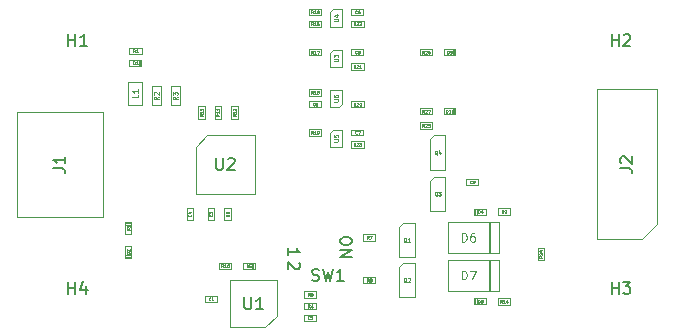
<source format=gbr>
%TF.GenerationSoftware,KiCad,Pcbnew,7.0.5*%
%TF.CreationDate,2023-08-08T23:00:51-07:00*%
%TF.ProjectId,esp32-prog,65737033-322d-4707-926f-672e6b696361,rev2*%
%TF.SameCoordinates,PX47868c0PY36d6160*%
%TF.FileFunction,AssemblyDrawing,Top*%
%FSLAX46Y46*%
G04 Gerber Fmt 4.6, Leading zero omitted, Abs format (unit mm)*
G04 Created by KiCad (PCBNEW 7.0.5) date 2023-08-08 23:00:51*
%MOMM*%
%LPD*%
G01*
G04 APERTURE LIST*
%ADD10C,0.060000*%
%ADD11C,0.040000*%
%ADD12C,0.050000*%
%ADD13C,0.150000*%
%ADD14C,0.075000*%
%ADD15C,0.080000*%
%ADD16C,0.100000*%
G04 APERTURE END LIST*
D10*
%TO.C,R2*%
X11381927Y-9266666D02*
X11191451Y-9399999D01*
X11381927Y-9495237D02*
X10981927Y-9495237D01*
X10981927Y-9495237D02*
X10981927Y-9342856D01*
X10981927Y-9342856D02*
X11000975Y-9304761D01*
X11000975Y-9304761D02*
X11020022Y-9285714D01*
X11020022Y-9285714D02*
X11058118Y-9266666D01*
X11058118Y-9266666D02*
X11115260Y-9266666D01*
X11115260Y-9266666D02*
X11153356Y-9285714D01*
X11153356Y-9285714D02*
X11172403Y-9304761D01*
X11172403Y-9304761D02*
X11191451Y-9342856D01*
X11191451Y-9342856D02*
X11191451Y-9495237D01*
X11020022Y-9114285D02*
X11000975Y-9095237D01*
X11000975Y-9095237D02*
X10981927Y-9057142D01*
X10981927Y-9057142D02*
X10981927Y-8961904D01*
X10981927Y-8961904D02*
X11000975Y-8923809D01*
X11000975Y-8923809D02*
X11020022Y-8904761D01*
X11020022Y-8904761D02*
X11058118Y-8885714D01*
X11058118Y-8885714D02*
X11096213Y-8885714D01*
X11096213Y-8885714D02*
X11153356Y-8904761D01*
X11153356Y-8904761D02*
X11381927Y-9133333D01*
X11381927Y-9133333D02*
X11381927Y-8885714D01*
D11*
%TO.C,R26*%
X33832857Y-5618200D02*
X33746190Y-5494391D01*
X33684285Y-5618200D02*
X33684285Y-5358200D01*
X33684285Y-5358200D02*
X33783333Y-5358200D01*
X33783333Y-5358200D02*
X33808095Y-5370581D01*
X33808095Y-5370581D02*
X33820476Y-5382962D01*
X33820476Y-5382962D02*
X33832857Y-5407724D01*
X33832857Y-5407724D02*
X33832857Y-5444867D01*
X33832857Y-5444867D02*
X33820476Y-5469629D01*
X33820476Y-5469629D02*
X33808095Y-5482010D01*
X33808095Y-5482010D02*
X33783333Y-5494391D01*
X33783333Y-5494391D02*
X33684285Y-5494391D01*
X33931904Y-5382962D02*
X33944285Y-5370581D01*
X33944285Y-5370581D02*
X33969047Y-5358200D01*
X33969047Y-5358200D02*
X34030952Y-5358200D01*
X34030952Y-5358200D02*
X34055714Y-5370581D01*
X34055714Y-5370581D02*
X34068095Y-5382962D01*
X34068095Y-5382962D02*
X34080476Y-5407724D01*
X34080476Y-5407724D02*
X34080476Y-5432486D01*
X34080476Y-5432486D02*
X34068095Y-5469629D01*
X34068095Y-5469629D02*
X33919523Y-5618200D01*
X33919523Y-5618200D02*
X34080476Y-5618200D01*
X34303333Y-5358200D02*
X34253809Y-5358200D01*
X34253809Y-5358200D02*
X34229047Y-5370581D01*
X34229047Y-5370581D02*
X34216666Y-5382962D01*
X34216666Y-5382962D02*
X34191904Y-5420105D01*
X34191904Y-5420105D02*
X34179523Y-5469629D01*
X34179523Y-5469629D02*
X34179523Y-5568677D01*
X34179523Y-5568677D02*
X34191904Y-5593439D01*
X34191904Y-5593439D02*
X34204285Y-5605820D01*
X34204285Y-5605820D02*
X34229047Y-5618200D01*
X34229047Y-5618200D02*
X34278571Y-5618200D01*
X34278571Y-5618200D02*
X34303333Y-5605820D01*
X34303333Y-5605820D02*
X34315714Y-5593439D01*
X34315714Y-5593439D02*
X34328095Y-5568677D01*
X34328095Y-5568677D02*
X34328095Y-5506772D01*
X34328095Y-5506772D02*
X34315714Y-5482010D01*
X34315714Y-5482010D02*
X34303333Y-5469629D01*
X34303333Y-5469629D02*
X34278571Y-5457248D01*
X34278571Y-5457248D02*
X34229047Y-5457248D01*
X34229047Y-5457248D02*
X34204285Y-5469629D01*
X34204285Y-5469629D02*
X34191904Y-5482010D01*
X34191904Y-5482010D02*
X34179523Y-5506772D01*
D12*
%TO.C,U4*%
X26203942Y-2874285D02*
X26495371Y-2874285D01*
X26495371Y-2874285D02*
X26529657Y-2857142D01*
X26529657Y-2857142D02*
X26546800Y-2840000D01*
X26546800Y-2840000D02*
X26563942Y-2805714D01*
X26563942Y-2805714D02*
X26563942Y-2737142D01*
X26563942Y-2737142D02*
X26546800Y-2702857D01*
X26546800Y-2702857D02*
X26529657Y-2685714D01*
X26529657Y-2685714D02*
X26495371Y-2668571D01*
X26495371Y-2668571D02*
X26203942Y-2668571D01*
X26323942Y-2342857D02*
X26563942Y-2342857D01*
X26186800Y-2428571D02*
X26443942Y-2514285D01*
X26443942Y-2514285D02*
X26443942Y-2291428D01*
D13*
%TO.C,U1*%
X18638095Y-26254819D02*
X18638095Y-27064342D01*
X18638095Y-27064342D02*
X18685714Y-27159580D01*
X18685714Y-27159580D02*
X18733333Y-27207200D01*
X18733333Y-27207200D02*
X18828571Y-27254819D01*
X18828571Y-27254819D02*
X19019047Y-27254819D01*
X19019047Y-27254819D02*
X19114285Y-27207200D01*
X19114285Y-27207200D02*
X19161904Y-27159580D01*
X19161904Y-27159580D02*
X19209523Y-27064342D01*
X19209523Y-27064342D02*
X19209523Y-26254819D01*
X20209523Y-27254819D02*
X19638095Y-27254819D01*
X19923809Y-27254819D02*
X19923809Y-26254819D01*
X19923809Y-26254819D02*
X19828571Y-26397676D01*
X19828571Y-26397676D02*
X19733333Y-26492914D01*
X19733333Y-26492914D02*
X19638095Y-26540533D01*
D14*
%TO.C,D7*%
X37037488Y-24743064D02*
X37037488Y-23993064D01*
X37037488Y-23993064D02*
X37216059Y-23993064D01*
X37216059Y-23993064D02*
X37323202Y-24028778D01*
X37323202Y-24028778D02*
X37394631Y-24100207D01*
X37394631Y-24100207D02*
X37430345Y-24171635D01*
X37430345Y-24171635D02*
X37466059Y-24314492D01*
X37466059Y-24314492D02*
X37466059Y-24421635D01*
X37466059Y-24421635D02*
X37430345Y-24564492D01*
X37430345Y-24564492D02*
X37394631Y-24635921D01*
X37394631Y-24635921D02*
X37323202Y-24707350D01*
X37323202Y-24707350D02*
X37216059Y-24743064D01*
X37216059Y-24743064D02*
X37037488Y-24743064D01*
X37716059Y-23993064D02*
X38216059Y-23993064D01*
X38216059Y-23993064D02*
X37894631Y-24743064D01*
D11*
%TO.C,C2*%
X24158333Y-28089765D02*
X24146429Y-28101670D01*
X24146429Y-28101670D02*
X24110714Y-28113574D01*
X24110714Y-28113574D02*
X24086905Y-28113574D01*
X24086905Y-28113574D02*
X24051191Y-28101670D01*
X24051191Y-28101670D02*
X24027381Y-28077860D01*
X24027381Y-28077860D02*
X24015476Y-28054050D01*
X24015476Y-28054050D02*
X24003572Y-28006431D01*
X24003572Y-28006431D02*
X24003572Y-27970717D01*
X24003572Y-27970717D02*
X24015476Y-27923098D01*
X24015476Y-27923098D02*
X24027381Y-27899289D01*
X24027381Y-27899289D02*
X24051191Y-27875479D01*
X24051191Y-27875479D02*
X24086905Y-27863574D01*
X24086905Y-27863574D02*
X24110714Y-27863574D01*
X24110714Y-27863574D02*
X24146429Y-27875479D01*
X24146429Y-27875479D02*
X24158333Y-27887384D01*
X24253572Y-27887384D02*
X24265476Y-27875479D01*
X24265476Y-27875479D02*
X24289286Y-27863574D01*
X24289286Y-27863574D02*
X24348810Y-27863574D01*
X24348810Y-27863574D02*
X24372619Y-27875479D01*
X24372619Y-27875479D02*
X24384524Y-27887384D01*
X24384524Y-27887384D02*
X24396429Y-27911193D01*
X24396429Y-27911193D02*
X24396429Y-27935003D01*
X24396429Y-27935003D02*
X24384524Y-27970717D01*
X24384524Y-27970717D02*
X24241667Y-28113574D01*
X24241667Y-28113574D02*
X24396429Y-28113574D01*
%TO.C,R21*%
X28032857Y-6818200D02*
X27946190Y-6694391D01*
X27884285Y-6818200D02*
X27884285Y-6558200D01*
X27884285Y-6558200D02*
X27983333Y-6558200D01*
X27983333Y-6558200D02*
X28008095Y-6570581D01*
X28008095Y-6570581D02*
X28020476Y-6582962D01*
X28020476Y-6582962D02*
X28032857Y-6607724D01*
X28032857Y-6607724D02*
X28032857Y-6644867D01*
X28032857Y-6644867D02*
X28020476Y-6669629D01*
X28020476Y-6669629D02*
X28008095Y-6682010D01*
X28008095Y-6682010D02*
X27983333Y-6694391D01*
X27983333Y-6694391D02*
X27884285Y-6694391D01*
X28131904Y-6582962D02*
X28144285Y-6570581D01*
X28144285Y-6570581D02*
X28169047Y-6558200D01*
X28169047Y-6558200D02*
X28230952Y-6558200D01*
X28230952Y-6558200D02*
X28255714Y-6570581D01*
X28255714Y-6570581D02*
X28268095Y-6582962D01*
X28268095Y-6582962D02*
X28280476Y-6607724D01*
X28280476Y-6607724D02*
X28280476Y-6632486D01*
X28280476Y-6632486D02*
X28268095Y-6669629D01*
X28268095Y-6669629D02*
X28119523Y-6818200D01*
X28119523Y-6818200D02*
X28280476Y-6818200D01*
X28528095Y-6818200D02*
X28379523Y-6818200D01*
X28453809Y-6818200D02*
X28453809Y-6558200D01*
X28453809Y-6558200D02*
X28429047Y-6595343D01*
X28429047Y-6595343D02*
X28404285Y-6620105D01*
X28404285Y-6620105D02*
X28379523Y-6632486D01*
D13*
%TO.C,SW1*%
X23249942Y-23314286D02*
X23297561Y-23361905D01*
X23297561Y-23361905D02*
X23345180Y-23457143D01*
X23345180Y-23457143D02*
X23345180Y-23695238D01*
X23345180Y-23695238D02*
X23297561Y-23790476D01*
X23297561Y-23790476D02*
X23249942Y-23838095D01*
X23249942Y-23838095D02*
X23154704Y-23885714D01*
X23154704Y-23885714D02*
X23059466Y-23885714D01*
X23059466Y-23885714D02*
X22916609Y-23838095D01*
X22916609Y-23838095D02*
X22345180Y-23266667D01*
X22345180Y-23266667D02*
X22345180Y-23885714D01*
X22345180Y-22685714D02*
X22345180Y-22114286D01*
X22345180Y-22400000D02*
X23345180Y-22400000D01*
X23345180Y-22400000D02*
X23202323Y-22304762D01*
X23202323Y-22304762D02*
X23107085Y-22209524D01*
X23107085Y-22209524D02*
X23059466Y-22114286D01*
X27745180Y-21380952D02*
X27745180Y-21571428D01*
X27745180Y-21571428D02*
X27697561Y-21666666D01*
X27697561Y-21666666D02*
X27602323Y-21761904D01*
X27602323Y-21761904D02*
X27411847Y-21809523D01*
X27411847Y-21809523D02*
X27078514Y-21809523D01*
X27078514Y-21809523D02*
X26888038Y-21761904D01*
X26888038Y-21761904D02*
X26792800Y-21666666D01*
X26792800Y-21666666D02*
X26745180Y-21571428D01*
X26745180Y-21571428D02*
X26745180Y-21380952D01*
X26745180Y-21380952D02*
X26792800Y-21285714D01*
X26792800Y-21285714D02*
X26888038Y-21190476D01*
X26888038Y-21190476D02*
X27078514Y-21142857D01*
X27078514Y-21142857D02*
X27411847Y-21142857D01*
X27411847Y-21142857D02*
X27602323Y-21190476D01*
X27602323Y-21190476D02*
X27697561Y-21285714D01*
X27697561Y-21285714D02*
X27745180Y-21380952D01*
X26745180Y-22238095D02*
X27745180Y-22238095D01*
X27745180Y-22238095D02*
X26745180Y-22809523D01*
X26745180Y-22809523D02*
X27745180Y-22809523D01*
X24366667Y-24807200D02*
X24509524Y-24854819D01*
X24509524Y-24854819D02*
X24747619Y-24854819D01*
X24747619Y-24854819D02*
X24842857Y-24807200D01*
X24842857Y-24807200D02*
X24890476Y-24759580D01*
X24890476Y-24759580D02*
X24938095Y-24664342D01*
X24938095Y-24664342D02*
X24938095Y-24569104D01*
X24938095Y-24569104D02*
X24890476Y-24473866D01*
X24890476Y-24473866D02*
X24842857Y-24426247D01*
X24842857Y-24426247D02*
X24747619Y-24378628D01*
X24747619Y-24378628D02*
X24557143Y-24331009D01*
X24557143Y-24331009D02*
X24461905Y-24283390D01*
X24461905Y-24283390D02*
X24414286Y-24235771D01*
X24414286Y-24235771D02*
X24366667Y-24140533D01*
X24366667Y-24140533D02*
X24366667Y-24045295D01*
X24366667Y-24045295D02*
X24414286Y-23950057D01*
X24414286Y-23950057D02*
X24461905Y-23902438D01*
X24461905Y-23902438D02*
X24557143Y-23854819D01*
X24557143Y-23854819D02*
X24795238Y-23854819D01*
X24795238Y-23854819D02*
X24938095Y-23902438D01*
X25271429Y-23854819D02*
X25509524Y-24854819D01*
X25509524Y-24854819D02*
X25700000Y-24140533D01*
X25700000Y-24140533D02*
X25890476Y-24854819D01*
X25890476Y-24854819D02*
X26128572Y-23854819D01*
X27033333Y-24854819D02*
X26461905Y-24854819D01*
X26747619Y-24854819D02*
X26747619Y-23854819D01*
X26747619Y-23854819D02*
X26652381Y-23997676D01*
X26652381Y-23997676D02*
X26557143Y-24092914D01*
X26557143Y-24092914D02*
X26461905Y-24140533D01*
%TO.C,J1*%
X2454819Y-15333333D02*
X3169104Y-15333333D01*
X3169104Y-15333333D02*
X3311961Y-15380952D01*
X3311961Y-15380952D02*
X3407200Y-15476190D01*
X3407200Y-15476190D02*
X3454819Y-15619047D01*
X3454819Y-15619047D02*
X3454819Y-15714285D01*
X3454819Y-14333333D02*
X3454819Y-14904761D01*
X3454819Y-14619047D02*
X2454819Y-14619047D01*
X2454819Y-14619047D02*
X2597676Y-14714285D01*
X2597676Y-14714285D02*
X2692914Y-14809523D01*
X2692914Y-14809523D02*
X2740533Y-14904761D01*
D11*
%TO.C,R9*%
X40556667Y-19118200D02*
X40470000Y-18994391D01*
X40408095Y-19118200D02*
X40408095Y-18858200D01*
X40408095Y-18858200D02*
X40507143Y-18858200D01*
X40507143Y-18858200D02*
X40531905Y-18870581D01*
X40531905Y-18870581D02*
X40544286Y-18882962D01*
X40544286Y-18882962D02*
X40556667Y-18907724D01*
X40556667Y-18907724D02*
X40556667Y-18944867D01*
X40556667Y-18944867D02*
X40544286Y-18969629D01*
X40544286Y-18969629D02*
X40531905Y-18982010D01*
X40531905Y-18982010D02*
X40507143Y-18994391D01*
X40507143Y-18994391D02*
X40408095Y-18994391D01*
X40680476Y-19118200D02*
X40730000Y-19118200D01*
X40730000Y-19118200D02*
X40754762Y-19105820D01*
X40754762Y-19105820D02*
X40767143Y-19093439D01*
X40767143Y-19093439D02*
X40791905Y-19056296D01*
X40791905Y-19056296D02*
X40804286Y-19006772D01*
X40804286Y-19006772D02*
X40804286Y-18907724D01*
X40804286Y-18907724D02*
X40791905Y-18882962D01*
X40791905Y-18882962D02*
X40779524Y-18870581D01*
X40779524Y-18870581D02*
X40754762Y-18858200D01*
X40754762Y-18858200D02*
X40705238Y-18858200D01*
X40705238Y-18858200D02*
X40680476Y-18870581D01*
X40680476Y-18870581D02*
X40668095Y-18882962D01*
X40668095Y-18882962D02*
X40655714Y-18907724D01*
X40655714Y-18907724D02*
X40655714Y-18969629D01*
X40655714Y-18969629D02*
X40668095Y-18994391D01*
X40668095Y-18994391D02*
X40680476Y-19006772D01*
X40680476Y-19006772D02*
X40705238Y-19019153D01*
X40705238Y-19019153D02*
X40754762Y-19019153D01*
X40754762Y-19019153D02*
X40779524Y-19006772D01*
X40779524Y-19006772D02*
X40791905Y-18994391D01*
X40791905Y-18994391D02*
X40804286Y-18969629D01*
%TO.C,C1*%
X15758333Y-26489765D02*
X15746429Y-26501670D01*
X15746429Y-26501670D02*
X15710714Y-26513574D01*
X15710714Y-26513574D02*
X15686905Y-26513574D01*
X15686905Y-26513574D02*
X15651191Y-26501670D01*
X15651191Y-26501670D02*
X15627381Y-26477860D01*
X15627381Y-26477860D02*
X15615476Y-26454050D01*
X15615476Y-26454050D02*
X15603572Y-26406431D01*
X15603572Y-26406431D02*
X15603572Y-26370717D01*
X15603572Y-26370717D02*
X15615476Y-26323098D01*
X15615476Y-26323098D02*
X15627381Y-26299289D01*
X15627381Y-26299289D02*
X15651191Y-26275479D01*
X15651191Y-26275479D02*
X15686905Y-26263574D01*
X15686905Y-26263574D02*
X15710714Y-26263574D01*
X15710714Y-26263574D02*
X15746429Y-26275479D01*
X15746429Y-26275479D02*
X15758333Y-26287384D01*
X15996429Y-26513574D02*
X15853572Y-26513574D01*
X15925000Y-26513574D02*
X15925000Y-26263574D01*
X15925000Y-26263574D02*
X15901191Y-26299289D01*
X15901191Y-26299289D02*
X15877381Y-26323098D01*
X15877381Y-26323098D02*
X15853572Y-26335003D01*
%TO.C,C8*%
X24558333Y-9989765D02*
X24546429Y-10001670D01*
X24546429Y-10001670D02*
X24510714Y-10013574D01*
X24510714Y-10013574D02*
X24486905Y-10013574D01*
X24486905Y-10013574D02*
X24451191Y-10001670D01*
X24451191Y-10001670D02*
X24427381Y-9977860D01*
X24427381Y-9977860D02*
X24415476Y-9954050D01*
X24415476Y-9954050D02*
X24403572Y-9906431D01*
X24403572Y-9906431D02*
X24403572Y-9870717D01*
X24403572Y-9870717D02*
X24415476Y-9823098D01*
X24415476Y-9823098D02*
X24427381Y-9799289D01*
X24427381Y-9799289D02*
X24451191Y-9775479D01*
X24451191Y-9775479D02*
X24486905Y-9763574D01*
X24486905Y-9763574D02*
X24510714Y-9763574D01*
X24510714Y-9763574D02*
X24546429Y-9775479D01*
X24546429Y-9775479D02*
X24558333Y-9787384D01*
X24701191Y-9870717D02*
X24677381Y-9858812D01*
X24677381Y-9858812D02*
X24665476Y-9846908D01*
X24665476Y-9846908D02*
X24653572Y-9823098D01*
X24653572Y-9823098D02*
X24653572Y-9811193D01*
X24653572Y-9811193D02*
X24665476Y-9787384D01*
X24665476Y-9787384D02*
X24677381Y-9775479D01*
X24677381Y-9775479D02*
X24701191Y-9763574D01*
X24701191Y-9763574D02*
X24748810Y-9763574D01*
X24748810Y-9763574D02*
X24772619Y-9775479D01*
X24772619Y-9775479D02*
X24784524Y-9787384D01*
X24784524Y-9787384D02*
X24796429Y-9811193D01*
X24796429Y-9811193D02*
X24796429Y-9823098D01*
X24796429Y-9823098D02*
X24784524Y-9846908D01*
X24784524Y-9846908D02*
X24772619Y-9858812D01*
X24772619Y-9858812D02*
X24748810Y-9870717D01*
X24748810Y-9870717D02*
X24701191Y-9870717D01*
X24701191Y-9870717D02*
X24677381Y-9882622D01*
X24677381Y-9882622D02*
X24665476Y-9894527D01*
X24665476Y-9894527D02*
X24653572Y-9918336D01*
X24653572Y-9918336D02*
X24653572Y-9965955D01*
X24653572Y-9965955D02*
X24665476Y-9989765D01*
X24665476Y-9989765D02*
X24677381Y-10001670D01*
X24677381Y-10001670D02*
X24701191Y-10013574D01*
X24701191Y-10013574D02*
X24748810Y-10013574D01*
X24748810Y-10013574D02*
X24772619Y-10001670D01*
X24772619Y-10001670D02*
X24784524Y-9989765D01*
X24784524Y-9989765D02*
X24796429Y-9965955D01*
X24796429Y-9965955D02*
X24796429Y-9918336D01*
X24796429Y-9918336D02*
X24784524Y-9894527D01*
X24784524Y-9894527D02*
X24772619Y-9882622D01*
X24772619Y-9882622D02*
X24748810Y-9870717D01*
D13*
%TO.C,H4*%
X3738095Y-25954819D02*
X3738095Y-24954819D01*
X3738095Y-25431009D02*
X4309523Y-25431009D01*
X4309523Y-25954819D02*
X4309523Y-24954819D01*
X5214285Y-25288152D02*
X5214285Y-25954819D01*
X4976190Y-24907200D02*
X4738095Y-25621485D01*
X4738095Y-25621485D02*
X5357142Y-25621485D01*
%TO.C,H2*%
X49738095Y-4954819D02*
X49738095Y-3954819D01*
X49738095Y-4431009D02*
X50309523Y-4431009D01*
X50309523Y-4954819D02*
X50309523Y-3954819D01*
X50738095Y-4050057D02*
X50785714Y-4002438D01*
X50785714Y-4002438D02*
X50880952Y-3954819D01*
X50880952Y-3954819D02*
X51119047Y-3954819D01*
X51119047Y-3954819D02*
X51214285Y-4002438D01*
X51214285Y-4002438D02*
X51261904Y-4050057D01*
X51261904Y-4050057D02*
X51309523Y-4145295D01*
X51309523Y-4145295D02*
X51309523Y-4240533D01*
X51309523Y-4240533D02*
X51261904Y-4383390D01*
X51261904Y-4383390D02*
X50690476Y-4954819D01*
X50690476Y-4954819D02*
X51309523Y-4954819D01*
D11*
%TO.C,R15*%
X24432857Y-9018200D02*
X24346190Y-8894391D01*
X24284285Y-9018200D02*
X24284285Y-8758200D01*
X24284285Y-8758200D02*
X24383333Y-8758200D01*
X24383333Y-8758200D02*
X24408095Y-8770581D01*
X24408095Y-8770581D02*
X24420476Y-8782962D01*
X24420476Y-8782962D02*
X24432857Y-8807724D01*
X24432857Y-8807724D02*
X24432857Y-8844867D01*
X24432857Y-8844867D02*
X24420476Y-8869629D01*
X24420476Y-8869629D02*
X24408095Y-8882010D01*
X24408095Y-8882010D02*
X24383333Y-8894391D01*
X24383333Y-8894391D02*
X24284285Y-8894391D01*
X24680476Y-9018200D02*
X24531904Y-9018200D01*
X24606190Y-9018200D02*
X24606190Y-8758200D01*
X24606190Y-8758200D02*
X24581428Y-8795343D01*
X24581428Y-8795343D02*
X24556666Y-8820105D01*
X24556666Y-8820105D02*
X24531904Y-8832486D01*
X24915714Y-8758200D02*
X24791904Y-8758200D01*
X24791904Y-8758200D02*
X24779523Y-8882010D01*
X24779523Y-8882010D02*
X24791904Y-8869629D01*
X24791904Y-8869629D02*
X24816666Y-8857248D01*
X24816666Y-8857248D02*
X24878571Y-8857248D01*
X24878571Y-8857248D02*
X24903333Y-8869629D01*
X24903333Y-8869629D02*
X24915714Y-8882010D01*
X24915714Y-8882010D02*
X24928095Y-8906772D01*
X24928095Y-8906772D02*
X24928095Y-8968677D01*
X24928095Y-8968677D02*
X24915714Y-8993439D01*
X24915714Y-8993439D02*
X24903333Y-9005820D01*
X24903333Y-9005820D02*
X24878571Y-9018200D01*
X24878571Y-9018200D02*
X24816666Y-9018200D01*
X24816666Y-9018200D02*
X24791904Y-9005820D01*
X24791904Y-9005820D02*
X24779523Y-8993439D01*
%TO.C,D8*%
X38415476Y-26713574D02*
X38415476Y-26463574D01*
X38415476Y-26463574D02*
X38475000Y-26463574D01*
X38475000Y-26463574D02*
X38510714Y-26475479D01*
X38510714Y-26475479D02*
X38534524Y-26499289D01*
X38534524Y-26499289D02*
X38546429Y-26523098D01*
X38546429Y-26523098D02*
X38558333Y-26570717D01*
X38558333Y-26570717D02*
X38558333Y-26606431D01*
X38558333Y-26606431D02*
X38546429Y-26654050D01*
X38546429Y-26654050D02*
X38534524Y-26677860D01*
X38534524Y-26677860D02*
X38510714Y-26701670D01*
X38510714Y-26701670D02*
X38475000Y-26713574D01*
X38475000Y-26713574D02*
X38415476Y-26713574D01*
X38701191Y-26570717D02*
X38677381Y-26558812D01*
X38677381Y-26558812D02*
X38665476Y-26546908D01*
X38665476Y-26546908D02*
X38653572Y-26523098D01*
X38653572Y-26523098D02*
X38653572Y-26511193D01*
X38653572Y-26511193D02*
X38665476Y-26487384D01*
X38665476Y-26487384D02*
X38677381Y-26475479D01*
X38677381Y-26475479D02*
X38701191Y-26463574D01*
X38701191Y-26463574D02*
X38748810Y-26463574D01*
X38748810Y-26463574D02*
X38772619Y-26475479D01*
X38772619Y-26475479D02*
X38784524Y-26487384D01*
X38784524Y-26487384D02*
X38796429Y-26511193D01*
X38796429Y-26511193D02*
X38796429Y-26523098D01*
X38796429Y-26523098D02*
X38784524Y-26546908D01*
X38784524Y-26546908D02*
X38772619Y-26558812D01*
X38772619Y-26558812D02*
X38748810Y-26570717D01*
X38748810Y-26570717D02*
X38701191Y-26570717D01*
X38701191Y-26570717D02*
X38677381Y-26582622D01*
X38677381Y-26582622D02*
X38665476Y-26594527D01*
X38665476Y-26594527D02*
X38653572Y-26618336D01*
X38653572Y-26618336D02*
X38653572Y-26665955D01*
X38653572Y-26665955D02*
X38665476Y-26689765D01*
X38665476Y-26689765D02*
X38677381Y-26701670D01*
X38677381Y-26701670D02*
X38701191Y-26713574D01*
X38701191Y-26713574D02*
X38748810Y-26713574D01*
X38748810Y-26713574D02*
X38772619Y-26701670D01*
X38772619Y-26701670D02*
X38784524Y-26689765D01*
X38784524Y-26689765D02*
X38796429Y-26665955D01*
X38796429Y-26665955D02*
X38796429Y-26618336D01*
X38796429Y-26618336D02*
X38784524Y-26594527D01*
X38784524Y-26594527D02*
X38772619Y-26582622D01*
X38772619Y-26582622D02*
X38748810Y-26570717D01*
%TO.C,R14*%
X40432857Y-26718200D02*
X40346190Y-26594391D01*
X40284285Y-26718200D02*
X40284285Y-26458200D01*
X40284285Y-26458200D02*
X40383333Y-26458200D01*
X40383333Y-26458200D02*
X40408095Y-26470581D01*
X40408095Y-26470581D02*
X40420476Y-26482962D01*
X40420476Y-26482962D02*
X40432857Y-26507724D01*
X40432857Y-26507724D02*
X40432857Y-26544867D01*
X40432857Y-26544867D02*
X40420476Y-26569629D01*
X40420476Y-26569629D02*
X40408095Y-26582010D01*
X40408095Y-26582010D02*
X40383333Y-26594391D01*
X40383333Y-26594391D02*
X40284285Y-26594391D01*
X40680476Y-26718200D02*
X40531904Y-26718200D01*
X40606190Y-26718200D02*
X40606190Y-26458200D01*
X40606190Y-26458200D02*
X40581428Y-26495343D01*
X40581428Y-26495343D02*
X40556666Y-26520105D01*
X40556666Y-26520105D02*
X40531904Y-26532486D01*
X40903333Y-26544867D02*
X40903333Y-26718200D01*
X40841428Y-26445820D02*
X40779523Y-26631534D01*
X40779523Y-26631534D02*
X40940476Y-26631534D01*
%TO.C,D9*%
X35815476Y-5613574D02*
X35815476Y-5363574D01*
X35815476Y-5363574D02*
X35875000Y-5363574D01*
X35875000Y-5363574D02*
X35910714Y-5375479D01*
X35910714Y-5375479D02*
X35934524Y-5399289D01*
X35934524Y-5399289D02*
X35946429Y-5423098D01*
X35946429Y-5423098D02*
X35958333Y-5470717D01*
X35958333Y-5470717D02*
X35958333Y-5506431D01*
X35958333Y-5506431D02*
X35946429Y-5554050D01*
X35946429Y-5554050D02*
X35934524Y-5577860D01*
X35934524Y-5577860D02*
X35910714Y-5601670D01*
X35910714Y-5601670D02*
X35875000Y-5613574D01*
X35875000Y-5613574D02*
X35815476Y-5613574D01*
X36077381Y-5613574D02*
X36125000Y-5613574D01*
X36125000Y-5613574D02*
X36148810Y-5601670D01*
X36148810Y-5601670D02*
X36160714Y-5589765D01*
X36160714Y-5589765D02*
X36184524Y-5554050D01*
X36184524Y-5554050D02*
X36196429Y-5506431D01*
X36196429Y-5506431D02*
X36196429Y-5411193D01*
X36196429Y-5411193D02*
X36184524Y-5387384D01*
X36184524Y-5387384D02*
X36172619Y-5375479D01*
X36172619Y-5375479D02*
X36148810Y-5363574D01*
X36148810Y-5363574D02*
X36101191Y-5363574D01*
X36101191Y-5363574D02*
X36077381Y-5375479D01*
X36077381Y-5375479D02*
X36065476Y-5387384D01*
X36065476Y-5387384D02*
X36053572Y-5411193D01*
X36053572Y-5411193D02*
X36053572Y-5470717D01*
X36053572Y-5470717D02*
X36065476Y-5494527D01*
X36065476Y-5494527D02*
X36077381Y-5506431D01*
X36077381Y-5506431D02*
X36101191Y-5518336D01*
X36101191Y-5518336D02*
X36148810Y-5518336D01*
X36148810Y-5518336D02*
X36172619Y-5506431D01*
X36172619Y-5506431D02*
X36184524Y-5494527D01*
X36184524Y-5494527D02*
X36196429Y-5470717D01*
%TO.C,C4*%
X14089765Y-19241666D02*
X14101670Y-19253570D01*
X14101670Y-19253570D02*
X14113574Y-19289285D01*
X14113574Y-19289285D02*
X14113574Y-19313094D01*
X14113574Y-19313094D02*
X14101670Y-19348808D01*
X14101670Y-19348808D02*
X14077860Y-19372618D01*
X14077860Y-19372618D02*
X14054050Y-19384523D01*
X14054050Y-19384523D02*
X14006431Y-19396427D01*
X14006431Y-19396427D02*
X13970717Y-19396427D01*
X13970717Y-19396427D02*
X13923098Y-19384523D01*
X13923098Y-19384523D02*
X13899289Y-19372618D01*
X13899289Y-19372618D02*
X13875479Y-19348808D01*
X13875479Y-19348808D02*
X13863574Y-19313094D01*
X13863574Y-19313094D02*
X13863574Y-19289285D01*
X13863574Y-19289285D02*
X13875479Y-19253570D01*
X13875479Y-19253570D02*
X13887384Y-19241666D01*
X13946908Y-19027380D02*
X14113574Y-19027380D01*
X13851670Y-19086904D02*
X14030241Y-19146427D01*
X14030241Y-19146427D02*
X14030241Y-18991666D01*
%TO.C,D2*%
X8913574Y-22584523D02*
X8663574Y-22584523D01*
X8663574Y-22584523D02*
X8663574Y-22524999D01*
X8663574Y-22524999D02*
X8675479Y-22489285D01*
X8675479Y-22489285D02*
X8699289Y-22465475D01*
X8699289Y-22465475D02*
X8723098Y-22453570D01*
X8723098Y-22453570D02*
X8770717Y-22441666D01*
X8770717Y-22441666D02*
X8806431Y-22441666D01*
X8806431Y-22441666D02*
X8854050Y-22453570D01*
X8854050Y-22453570D02*
X8877860Y-22465475D01*
X8877860Y-22465475D02*
X8901670Y-22489285D01*
X8901670Y-22489285D02*
X8913574Y-22524999D01*
X8913574Y-22524999D02*
X8913574Y-22584523D01*
X8687384Y-22346427D02*
X8675479Y-22334523D01*
X8675479Y-22334523D02*
X8663574Y-22310713D01*
X8663574Y-22310713D02*
X8663574Y-22251189D01*
X8663574Y-22251189D02*
X8675479Y-22227380D01*
X8675479Y-22227380D02*
X8687384Y-22215475D01*
X8687384Y-22215475D02*
X8711193Y-22203570D01*
X8711193Y-22203570D02*
X8735003Y-22203570D01*
X8735003Y-22203570D02*
X8770717Y-22215475D01*
X8770717Y-22215475D02*
X8913574Y-22358332D01*
X8913574Y-22358332D02*
X8913574Y-22203570D01*
%TO.C,R27*%
X33832857Y-10618200D02*
X33746190Y-10494391D01*
X33684285Y-10618200D02*
X33684285Y-10358200D01*
X33684285Y-10358200D02*
X33783333Y-10358200D01*
X33783333Y-10358200D02*
X33808095Y-10370581D01*
X33808095Y-10370581D02*
X33820476Y-10382962D01*
X33820476Y-10382962D02*
X33832857Y-10407724D01*
X33832857Y-10407724D02*
X33832857Y-10444867D01*
X33832857Y-10444867D02*
X33820476Y-10469629D01*
X33820476Y-10469629D02*
X33808095Y-10482010D01*
X33808095Y-10482010D02*
X33783333Y-10494391D01*
X33783333Y-10494391D02*
X33684285Y-10494391D01*
X33931904Y-10382962D02*
X33944285Y-10370581D01*
X33944285Y-10370581D02*
X33969047Y-10358200D01*
X33969047Y-10358200D02*
X34030952Y-10358200D01*
X34030952Y-10358200D02*
X34055714Y-10370581D01*
X34055714Y-10370581D02*
X34068095Y-10382962D01*
X34068095Y-10382962D02*
X34080476Y-10407724D01*
X34080476Y-10407724D02*
X34080476Y-10432486D01*
X34080476Y-10432486D02*
X34068095Y-10469629D01*
X34068095Y-10469629D02*
X33919523Y-10618200D01*
X33919523Y-10618200D02*
X34080476Y-10618200D01*
X34167142Y-10358200D02*
X34340476Y-10358200D01*
X34340476Y-10358200D02*
X34229047Y-10618200D01*
D13*
%TO.C,U2*%
X16238095Y-14454819D02*
X16238095Y-15264342D01*
X16238095Y-15264342D02*
X16285714Y-15359580D01*
X16285714Y-15359580D02*
X16333333Y-15407200D01*
X16333333Y-15407200D02*
X16428571Y-15454819D01*
X16428571Y-15454819D02*
X16619047Y-15454819D01*
X16619047Y-15454819D02*
X16714285Y-15407200D01*
X16714285Y-15407200D02*
X16761904Y-15359580D01*
X16761904Y-15359580D02*
X16809523Y-15264342D01*
X16809523Y-15264342D02*
X16809523Y-14454819D01*
X17238095Y-14550057D02*
X17285714Y-14502438D01*
X17285714Y-14502438D02*
X17380952Y-14454819D01*
X17380952Y-14454819D02*
X17619047Y-14454819D01*
X17619047Y-14454819D02*
X17714285Y-14502438D01*
X17714285Y-14502438D02*
X17761904Y-14550057D01*
X17761904Y-14550057D02*
X17809523Y-14645295D01*
X17809523Y-14645295D02*
X17809523Y-14740533D01*
X17809523Y-14740533D02*
X17761904Y-14883390D01*
X17761904Y-14883390D02*
X17190476Y-15454819D01*
X17190476Y-15454819D02*
X17809523Y-15454819D01*
D11*
%TO.C,R24*%
X43868200Y-22742142D02*
X43744391Y-22828809D01*
X43868200Y-22890714D02*
X43608200Y-22890714D01*
X43608200Y-22890714D02*
X43608200Y-22791666D01*
X43608200Y-22791666D02*
X43620581Y-22766904D01*
X43620581Y-22766904D02*
X43632962Y-22754523D01*
X43632962Y-22754523D02*
X43657724Y-22742142D01*
X43657724Y-22742142D02*
X43694867Y-22742142D01*
X43694867Y-22742142D02*
X43719629Y-22754523D01*
X43719629Y-22754523D02*
X43732010Y-22766904D01*
X43732010Y-22766904D02*
X43744391Y-22791666D01*
X43744391Y-22791666D02*
X43744391Y-22890714D01*
X43632962Y-22643095D02*
X43620581Y-22630714D01*
X43620581Y-22630714D02*
X43608200Y-22605952D01*
X43608200Y-22605952D02*
X43608200Y-22544047D01*
X43608200Y-22544047D02*
X43620581Y-22519285D01*
X43620581Y-22519285D02*
X43632962Y-22506904D01*
X43632962Y-22506904D02*
X43657724Y-22494523D01*
X43657724Y-22494523D02*
X43682486Y-22494523D01*
X43682486Y-22494523D02*
X43719629Y-22506904D01*
X43719629Y-22506904D02*
X43868200Y-22655476D01*
X43868200Y-22655476D02*
X43868200Y-22494523D01*
X43694867Y-22271666D02*
X43868200Y-22271666D01*
X43595820Y-22333571D02*
X43781534Y-22395476D01*
X43781534Y-22395476D02*
X43781534Y-22234523D01*
%TO.C,R11*%
X16518200Y-10767142D02*
X16394391Y-10853809D01*
X16518200Y-10915714D02*
X16258200Y-10915714D01*
X16258200Y-10915714D02*
X16258200Y-10816666D01*
X16258200Y-10816666D02*
X16270581Y-10791904D01*
X16270581Y-10791904D02*
X16282962Y-10779523D01*
X16282962Y-10779523D02*
X16307724Y-10767142D01*
X16307724Y-10767142D02*
X16344867Y-10767142D01*
X16344867Y-10767142D02*
X16369629Y-10779523D01*
X16369629Y-10779523D02*
X16382010Y-10791904D01*
X16382010Y-10791904D02*
X16394391Y-10816666D01*
X16394391Y-10816666D02*
X16394391Y-10915714D01*
X16518200Y-10519523D02*
X16518200Y-10668095D01*
X16518200Y-10593809D02*
X16258200Y-10593809D01*
X16258200Y-10593809D02*
X16295343Y-10618571D01*
X16295343Y-10618571D02*
X16320105Y-10643333D01*
X16320105Y-10643333D02*
X16332486Y-10668095D01*
X16518200Y-10271904D02*
X16518200Y-10420476D01*
X16518200Y-10346190D02*
X16258200Y-10346190D01*
X16258200Y-10346190D02*
X16295343Y-10370952D01*
X16295343Y-10370952D02*
X16320105Y-10395714D01*
X16320105Y-10395714D02*
X16332486Y-10420476D01*
%TO.C,R19*%
X24432857Y-12418200D02*
X24346190Y-12294391D01*
X24284285Y-12418200D02*
X24284285Y-12158200D01*
X24284285Y-12158200D02*
X24383333Y-12158200D01*
X24383333Y-12158200D02*
X24408095Y-12170581D01*
X24408095Y-12170581D02*
X24420476Y-12182962D01*
X24420476Y-12182962D02*
X24432857Y-12207724D01*
X24432857Y-12207724D02*
X24432857Y-12244867D01*
X24432857Y-12244867D02*
X24420476Y-12269629D01*
X24420476Y-12269629D02*
X24408095Y-12282010D01*
X24408095Y-12282010D02*
X24383333Y-12294391D01*
X24383333Y-12294391D02*
X24284285Y-12294391D01*
X24680476Y-12418200D02*
X24531904Y-12418200D01*
X24606190Y-12418200D02*
X24606190Y-12158200D01*
X24606190Y-12158200D02*
X24581428Y-12195343D01*
X24581428Y-12195343D02*
X24556666Y-12220105D01*
X24556666Y-12220105D02*
X24531904Y-12232486D01*
X24804285Y-12418200D02*
X24853809Y-12418200D01*
X24853809Y-12418200D02*
X24878571Y-12405820D01*
X24878571Y-12405820D02*
X24890952Y-12393439D01*
X24890952Y-12393439D02*
X24915714Y-12356296D01*
X24915714Y-12356296D02*
X24928095Y-12306772D01*
X24928095Y-12306772D02*
X24928095Y-12207724D01*
X24928095Y-12207724D02*
X24915714Y-12182962D01*
X24915714Y-12182962D02*
X24903333Y-12170581D01*
X24903333Y-12170581D02*
X24878571Y-12158200D01*
X24878571Y-12158200D02*
X24829047Y-12158200D01*
X24829047Y-12158200D02*
X24804285Y-12170581D01*
X24804285Y-12170581D02*
X24791904Y-12182962D01*
X24791904Y-12182962D02*
X24779523Y-12207724D01*
X24779523Y-12207724D02*
X24779523Y-12269629D01*
X24779523Y-12269629D02*
X24791904Y-12294391D01*
X24791904Y-12294391D02*
X24804285Y-12306772D01*
X24804285Y-12306772D02*
X24829047Y-12319153D01*
X24829047Y-12319153D02*
X24878571Y-12319153D01*
X24878571Y-12319153D02*
X24903333Y-12306772D01*
X24903333Y-12306772D02*
X24915714Y-12294391D01*
X24915714Y-12294391D02*
X24928095Y-12269629D01*
%TO.C,R20*%
X28032857Y-10018200D02*
X27946190Y-9894391D01*
X27884285Y-10018200D02*
X27884285Y-9758200D01*
X27884285Y-9758200D02*
X27983333Y-9758200D01*
X27983333Y-9758200D02*
X28008095Y-9770581D01*
X28008095Y-9770581D02*
X28020476Y-9782962D01*
X28020476Y-9782962D02*
X28032857Y-9807724D01*
X28032857Y-9807724D02*
X28032857Y-9844867D01*
X28032857Y-9844867D02*
X28020476Y-9869629D01*
X28020476Y-9869629D02*
X28008095Y-9882010D01*
X28008095Y-9882010D02*
X27983333Y-9894391D01*
X27983333Y-9894391D02*
X27884285Y-9894391D01*
X28131904Y-9782962D02*
X28144285Y-9770581D01*
X28144285Y-9770581D02*
X28169047Y-9758200D01*
X28169047Y-9758200D02*
X28230952Y-9758200D01*
X28230952Y-9758200D02*
X28255714Y-9770581D01*
X28255714Y-9770581D02*
X28268095Y-9782962D01*
X28268095Y-9782962D02*
X28280476Y-9807724D01*
X28280476Y-9807724D02*
X28280476Y-9832486D01*
X28280476Y-9832486D02*
X28268095Y-9869629D01*
X28268095Y-9869629D02*
X28119523Y-10018200D01*
X28119523Y-10018200D02*
X28280476Y-10018200D01*
X28441428Y-9758200D02*
X28466190Y-9758200D01*
X28466190Y-9758200D02*
X28490952Y-9770581D01*
X28490952Y-9770581D02*
X28503333Y-9782962D01*
X28503333Y-9782962D02*
X28515714Y-9807724D01*
X28515714Y-9807724D02*
X28528095Y-9857248D01*
X28528095Y-9857248D02*
X28528095Y-9919153D01*
X28528095Y-9919153D02*
X28515714Y-9968677D01*
X28515714Y-9968677D02*
X28503333Y-9993439D01*
X28503333Y-9993439D02*
X28490952Y-10005820D01*
X28490952Y-10005820D02*
X28466190Y-10018200D01*
X28466190Y-10018200D02*
X28441428Y-10018200D01*
X28441428Y-10018200D02*
X28416666Y-10005820D01*
X28416666Y-10005820D02*
X28404285Y-9993439D01*
X28404285Y-9993439D02*
X28391904Y-9968677D01*
X28391904Y-9968677D02*
X28379523Y-9919153D01*
X28379523Y-9919153D02*
X28379523Y-9857248D01*
X28379523Y-9857248D02*
X28391904Y-9807724D01*
X28391904Y-9807724D02*
X28404285Y-9782962D01*
X28404285Y-9782962D02*
X28416666Y-9770581D01*
X28416666Y-9770581D02*
X28441428Y-9758200D01*
D13*
%TO.C,H3*%
X49738095Y-25954819D02*
X49738095Y-24954819D01*
X49738095Y-25431009D02*
X50309523Y-25431009D01*
X50309523Y-25954819D02*
X50309523Y-24954819D01*
X50690476Y-24954819D02*
X51309523Y-24954819D01*
X51309523Y-24954819D02*
X50976190Y-25335771D01*
X50976190Y-25335771D02*
X51119047Y-25335771D01*
X51119047Y-25335771D02*
X51214285Y-25383390D01*
X51214285Y-25383390D02*
X51261904Y-25431009D01*
X51261904Y-25431009D02*
X51309523Y-25526247D01*
X51309523Y-25526247D02*
X51309523Y-25764342D01*
X51309523Y-25764342D02*
X51261904Y-25859580D01*
X51261904Y-25859580D02*
X51214285Y-25907200D01*
X51214285Y-25907200D02*
X51119047Y-25954819D01*
X51119047Y-25954819D02*
X50833333Y-25954819D01*
X50833333Y-25954819D02*
X50738095Y-25907200D01*
X50738095Y-25907200D02*
X50690476Y-25859580D01*
D11*
%TO.C,R17*%
X24432857Y-5618200D02*
X24346190Y-5494391D01*
X24284285Y-5618200D02*
X24284285Y-5358200D01*
X24284285Y-5358200D02*
X24383333Y-5358200D01*
X24383333Y-5358200D02*
X24408095Y-5370581D01*
X24408095Y-5370581D02*
X24420476Y-5382962D01*
X24420476Y-5382962D02*
X24432857Y-5407724D01*
X24432857Y-5407724D02*
X24432857Y-5444867D01*
X24432857Y-5444867D02*
X24420476Y-5469629D01*
X24420476Y-5469629D02*
X24408095Y-5482010D01*
X24408095Y-5482010D02*
X24383333Y-5494391D01*
X24383333Y-5494391D02*
X24284285Y-5494391D01*
X24680476Y-5618200D02*
X24531904Y-5618200D01*
X24606190Y-5618200D02*
X24606190Y-5358200D01*
X24606190Y-5358200D02*
X24581428Y-5395343D01*
X24581428Y-5395343D02*
X24556666Y-5420105D01*
X24556666Y-5420105D02*
X24531904Y-5432486D01*
X24767142Y-5358200D02*
X24940476Y-5358200D01*
X24940476Y-5358200D02*
X24829047Y-5618200D01*
%TO.C,C5*%
X28158333Y-5589765D02*
X28146429Y-5601670D01*
X28146429Y-5601670D02*
X28110714Y-5613574D01*
X28110714Y-5613574D02*
X28086905Y-5613574D01*
X28086905Y-5613574D02*
X28051191Y-5601670D01*
X28051191Y-5601670D02*
X28027381Y-5577860D01*
X28027381Y-5577860D02*
X28015476Y-5554050D01*
X28015476Y-5554050D02*
X28003572Y-5506431D01*
X28003572Y-5506431D02*
X28003572Y-5470717D01*
X28003572Y-5470717D02*
X28015476Y-5423098D01*
X28015476Y-5423098D02*
X28027381Y-5399289D01*
X28027381Y-5399289D02*
X28051191Y-5375479D01*
X28051191Y-5375479D02*
X28086905Y-5363574D01*
X28086905Y-5363574D02*
X28110714Y-5363574D01*
X28110714Y-5363574D02*
X28146429Y-5375479D01*
X28146429Y-5375479D02*
X28158333Y-5387384D01*
X28384524Y-5363574D02*
X28265476Y-5363574D01*
X28265476Y-5363574D02*
X28253572Y-5482622D01*
X28253572Y-5482622D02*
X28265476Y-5470717D01*
X28265476Y-5470717D02*
X28289286Y-5458812D01*
X28289286Y-5458812D02*
X28348810Y-5458812D01*
X28348810Y-5458812D02*
X28372619Y-5470717D01*
X28372619Y-5470717D02*
X28384524Y-5482622D01*
X28384524Y-5482622D02*
X28396429Y-5506431D01*
X28396429Y-5506431D02*
X28396429Y-5565955D01*
X28396429Y-5565955D02*
X28384524Y-5589765D01*
X28384524Y-5589765D02*
X28372619Y-5601670D01*
X28372619Y-5601670D02*
X28348810Y-5613574D01*
X28348810Y-5613574D02*
X28289286Y-5613574D01*
X28289286Y-5613574D02*
X28265476Y-5601670D01*
X28265476Y-5601670D02*
X28253572Y-5589765D01*
D10*
%TO.C,R3*%
X12981927Y-9266666D02*
X12791451Y-9399999D01*
X12981927Y-9495237D02*
X12581927Y-9495237D01*
X12581927Y-9495237D02*
X12581927Y-9342856D01*
X12581927Y-9342856D02*
X12600975Y-9304761D01*
X12600975Y-9304761D02*
X12620022Y-9285714D01*
X12620022Y-9285714D02*
X12658118Y-9266666D01*
X12658118Y-9266666D02*
X12715260Y-9266666D01*
X12715260Y-9266666D02*
X12753356Y-9285714D01*
X12753356Y-9285714D02*
X12772403Y-9304761D01*
X12772403Y-9304761D02*
X12791451Y-9342856D01*
X12791451Y-9342856D02*
X12791451Y-9495237D01*
X12581927Y-9133333D02*
X12581927Y-8885714D01*
X12581927Y-8885714D02*
X12734308Y-9019047D01*
X12734308Y-9019047D02*
X12734308Y-8961904D01*
X12734308Y-8961904D02*
X12753356Y-8923809D01*
X12753356Y-8923809D02*
X12772403Y-8904761D01*
X12772403Y-8904761D02*
X12810499Y-8885714D01*
X12810499Y-8885714D02*
X12905737Y-8885714D01*
X12905737Y-8885714D02*
X12943832Y-8904761D01*
X12943832Y-8904761D02*
X12962880Y-8923809D01*
X12962880Y-8923809D02*
X12981927Y-8961904D01*
X12981927Y-8961904D02*
X12981927Y-9076190D01*
X12981927Y-9076190D02*
X12962880Y-9114285D01*
X12962880Y-9114285D02*
X12943832Y-9133333D01*
D12*
%TO.C,U3*%
X26203942Y-6274285D02*
X26495371Y-6274285D01*
X26495371Y-6274285D02*
X26529657Y-6257142D01*
X26529657Y-6257142D02*
X26546800Y-6240000D01*
X26546800Y-6240000D02*
X26563942Y-6205714D01*
X26563942Y-6205714D02*
X26563942Y-6137142D01*
X26563942Y-6137142D02*
X26546800Y-6102857D01*
X26546800Y-6102857D02*
X26529657Y-6085714D01*
X26529657Y-6085714D02*
X26495371Y-6068571D01*
X26495371Y-6068571D02*
X26203942Y-6068571D01*
X26203942Y-5931428D02*
X26203942Y-5708571D01*
X26203942Y-5708571D02*
X26341085Y-5828571D01*
X26341085Y-5828571D02*
X26341085Y-5777142D01*
X26341085Y-5777142D02*
X26358228Y-5742857D01*
X26358228Y-5742857D02*
X26375371Y-5725714D01*
X26375371Y-5725714D02*
X26409657Y-5708571D01*
X26409657Y-5708571D02*
X26495371Y-5708571D01*
X26495371Y-5708571D02*
X26529657Y-5725714D01*
X26529657Y-5725714D02*
X26546800Y-5742857D01*
X26546800Y-5742857D02*
X26563942Y-5777142D01*
X26563942Y-5777142D02*
X26563942Y-5879999D01*
X26563942Y-5879999D02*
X26546800Y-5914285D01*
X26546800Y-5914285D02*
X26529657Y-5931428D01*
D11*
%TO.C,R7*%
X29156667Y-21318200D02*
X29070000Y-21194391D01*
X29008095Y-21318200D02*
X29008095Y-21058200D01*
X29008095Y-21058200D02*
X29107143Y-21058200D01*
X29107143Y-21058200D02*
X29131905Y-21070581D01*
X29131905Y-21070581D02*
X29144286Y-21082962D01*
X29144286Y-21082962D02*
X29156667Y-21107724D01*
X29156667Y-21107724D02*
X29156667Y-21144867D01*
X29156667Y-21144867D02*
X29144286Y-21169629D01*
X29144286Y-21169629D02*
X29131905Y-21182010D01*
X29131905Y-21182010D02*
X29107143Y-21194391D01*
X29107143Y-21194391D02*
X29008095Y-21194391D01*
X29243333Y-21058200D02*
X29416667Y-21058200D01*
X29416667Y-21058200D02*
X29305238Y-21318200D01*
D13*
%TO.C,J2*%
X50459819Y-15328333D02*
X51174104Y-15328333D01*
X51174104Y-15328333D02*
X51316961Y-15375952D01*
X51316961Y-15375952D02*
X51412200Y-15471190D01*
X51412200Y-15471190D02*
X51459819Y-15614047D01*
X51459819Y-15614047D02*
X51459819Y-15709285D01*
X50555057Y-14899761D02*
X50507438Y-14852142D01*
X50507438Y-14852142D02*
X50459819Y-14756904D01*
X50459819Y-14756904D02*
X50459819Y-14518809D01*
X50459819Y-14518809D02*
X50507438Y-14423571D01*
X50507438Y-14423571D02*
X50555057Y-14375952D01*
X50555057Y-14375952D02*
X50650295Y-14328333D01*
X50650295Y-14328333D02*
X50745533Y-14328333D01*
X50745533Y-14328333D02*
X50888390Y-14375952D01*
X50888390Y-14375952D02*
X51459819Y-14947380D01*
X51459819Y-14947380D02*
X51459819Y-14328333D01*
D12*
%TO.C,Q4*%
X34969523Y-14175914D02*
X34939047Y-14160676D01*
X34939047Y-14160676D02*
X34908571Y-14130200D01*
X34908571Y-14130200D02*
X34862857Y-14084485D01*
X34862857Y-14084485D02*
X34832380Y-14069247D01*
X34832380Y-14069247D02*
X34801904Y-14069247D01*
X34817142Y-14145438D02*
X34786666Y-14130200D01*
X34786666Y-14130200D02*
X34756190Y-14099723D01*
X34756190Y-14099723D02*
X34740952Y-14038771D01*
X34740952Y-14038771D02*
X34740952Y-13932104D01*
X34740952Y-13932104D02*
X34756190Y-13871152D01*
X34756190Y-13871152D02*
X34786666Y-13840676D01*
X34786666Y-13840676D02*
X34817142Y-13825438D01*
X34817142Y-13825438D02*
X34878095Y-13825438D01*
X34878095Y-13825438D02*
X34908571Y-13840676D01*
X34908571Y-13840676D02*
X34939047Y-13871152D01*
X34939047Y-13871152D02*
X34954285Y-13932104D01*
X34954285Y-13932104D02*
X34954285Y-14038771D01*
X34954285Y-14038771D02*
X34939047Y-14099723D01*
X34939047Y-14099723D02*
X34908571Y-14130200D01*
X34908571Y-14130200D02*
X34878095Y-14145438D01*
X34878095Y-14145438D02*
X34817142Y-14145438D01*
X35228571Y-13932104D02*
X35228571Y-14145438D01*
X35152380Y-13810200D02*
X35076190Y-14038771D01*
X35076190Y-14038771D02*
X35274285Y-14038771D01*
D11*
%TO.C,R22*%
X28032857Y-3218200D02*
X27946190Y-3094391D01*
X27884285Y-3218200D02*
X27884285Y-2958200D01*
X27884285Y-2958200D02*
X27983333Y-2958200D01*
X27983333Y-2958200D02*
X28008095Y-2970581D01*
X28008095Y-2970581D02*
X28020476Y-2982962D01*
X28020476Y-2982962D02*
X28032857Y-3007724D01*
X28032857Y-3007724D02*
X28032857Y-3044867D01*
X28032857Y-3044867D02*
X28020476Y-3069629D01*
X28020476Y-3069629D02*
X28008095Y-3082010D01*
X28008095Y-3082010D02*
X27983333Y-3094391D01*
X27983333Y-3094391D02*
X27884285Y-3094391D01*
X28131904Y-2982962D02*
X28144285Y-2970581D01*
X28144285Y-2970581D02*
X28169047Y-2958200D01*
X28169047Y-2958200D02*
X28230952Y-2958200D01*
X28230952Y-2958200D02*
X28255714Y-2970581D01*
X28255714Y-2970581D02*
X28268095Y-2982962D01*
X28268095Y-2982962D02*
X28280476Y-3007724D01*
X28280476Y-3007724D02*
X28280476Y-3032486D01*
X28280476Y-3032486D02*
X28268095Y-3069629D01*
X28268095Y-3069629D02*
X28119523Y-3218200D01*
X28119523Y-3218200D02*
X28280476Y-3218200D01*
X28379523Y-2982962D02*
X28391904Y-2970581D01*
X28391904Y-2970581D02*
X28416666Y-2958200D01*
X28416666Y-2958200D02*
X28478571Y-2958200D01*
X28478571Y-2958200D02*
X28503333Y-2970581D01*
X28503333Y-2970581D02*
X28515714Y-2982962D01*
X28515714Y-2982962D02*
X28528095Y-3007724D01*
X28528095Y-3007724D02*
X28528095Y-3032486D01*
X28528095Y-3032486D02*
X28515714Y-3069629D01*
X28515714Y-3069629D02*
X28367142Y-3218200D01*
X28367142Y-3218200D02*
X28528095Y-3218200D01*
%TO.C,D10*%
X35696428Y-10613574D02*
X35696428Y-10363574D01*
X35696428Y-10363574D02*
X35755952Y-10363574D01*
X35755952Y-10363574D02*
X35791666Y-10375479D01*
X35791666Y-10375479D02*
X35815476Y-10399289D01*
X35815476Y-10399289D02*
X35827381Y-10423098D01*
X35827381Y-10423098D02*
X35839285Y-10470717D01*
X35839285Y-10470717D02*
X35839285Y-10506431D01*
X35839285Y-10506431D02*
X35827381Y-10554050D01*
X35827381Y-10554050D02*
X35815476Y-10577860D01*
X35815476Y-10577860D02*
X35791666Y-10601670D01*
X35791666Y-10601670D02*
X35755952Y-10613574D01*
X35755952Y-10613574D02*
X35696428Y-10613574D01*
X36077381Y-10613574D02*
X35934524Y-10613574D01*
X36005952Y-10613574D02*
X36005952Y-10363574D01*
X36005952Y-10363574D02*
X35982143Y-10399289D01*
X35982143Y-10399289D02*
X35958333Y-10423098D01*
X35958333Y-10423098D02*
X35934524Y-10435003D01*
X36232142Y-10363574D02*
X36255952Y-10363574D01*
X36255952Y-10363574D02*
X36279761Y-10375479D01*
X36279761Y-10375479D02*
X36291666Y-10387384D01*
X36291666Y-10387384D02*
X36303571Y-10411193D01*
X36303571Y-10411193D02*
X36315476Y-10458812D01*
X36315476Y-10458812D02*
X36315476Y-10518336D01*
X36315476Y-10518336D02*
X36303571Y-10565955D01*
X36303571Y-10565955D02*
X36291666Y-10589765D01*
X36291666Y-10589765D02*
X36279761Y-10601670D01*
X36279761Y-10601670D02*
X36255952Y-10613574D01*
X36255952Y-10613574D02*
X36232142Y-10613574D01*
X36232142Y-10613574D02*
X36208333Y-10601670D01*
X36208333Y-10601670D02*
X36196428Y-10589765D01*
X36196428Y-10589765D02*
X36184523Y-10565955D01*
X36184523Y-10565955D02*
X36172619Y-10518336D01*
X36172619Y-10518336D02*
X36172619Y-10458812D01*
X36172619Y-10458812D02*
X36184523Y-10411193D01*
X36184523Y-10411193D02*
X36196428Y-10387384D01*
X36196428Y-10387384D02*
X36208333Y-10375479D01*
X36208333Y-10375479D02*
X36232142Y-10363574D01*
%TO.C,C7*%
X28158333Y-12389765D02*
X28146429Y-12401670D01*
X28146429Y-12401670D02*
X28110714Y-12413574D01*
X28110714Y-12413574D02*
X28086905Y-12413574D01*
X28086905Y-12413574D02*
X28051191Y-12401670D01*
X28051191Y-12401670D02*
X28027381Y-12377860D01*
X28027381Y-12377860D02*
X28015476Y-12354050D01*
X28015476Y-12354050D02*
X28003572Y-12306431D01*
X28003572Y-12306431D02*
X28003572Y-12270717D01*
X28003572Y-12270717D02*
X28015476Y-12223098D01*
X28015476Y-12223098D02*
X28027381Y-12199289D01*
X28027381Y-12199289D02*
X28051191Y-12175479D01*
X28051191Y-12175479D02*
X28086905Y-12163574D01*
X28086905Y-12163574D02*
X28110714Y-12163574D01*
X28110714Y-12163574D02*
X28146429Y-12175479D01*
X28146429Y-12175479D02*
X28158333Y-12187384D01*
X28241667Y-12163574D02*
X28408333Y-12163574D01*
X28408333Y-12163574D02*
X28301191Y-12413574D01*
%TO.C,R23*%
X28032857Y-13418200D02*
X27946190Y-13294391D01*
X27884285Y-13418200D02*
X27884285Y-13158200D01*
X27884285Y-13158200D02*
X27983333Y-13158200D01*
X27983333Y-13158200D02*
X28008095Y-13170581D01*
X28008095Y-13170581D02*
X28020476Y-13182962D01*
X28020476Y-13182962D02*
X28032857Y-13207724D01*
X28032857Y-13207724D02*
X28032857Y-13244867D01*
X28032857Y-13244867D02*
X28020476Y-13269629D01*
X28020476Y-13269629D02*
X28008095Y-13282010D01*
X28008095Y-13282010D02*
X27983333Y-13294391D01*
X27983333Y-13294391D02*
X27884285Y-13294391D01*
X28131904Y-13182962D02*
X28144285Y-13170581D01*
X28144285Y-13170581D02*
X28169047Y-13158200D01*
X28169047Y-13158200D02*
X28230952Y-13158200D01*
X28230952Y-13158200D02*
X28255714Y-13170581D01*
X28255714Y-13170581D02*
X28268095Y-13182962D01*
X28268095Y-13182962D02*
X28280476Y-13207724D01*
X28280476Y-13207724D02*
X28280476Y-13232486D01*
X28280476Y-13232486D02*
X28268095Y-13269629D01*
X28268095Y-13269629D02*
X28119523Y-13418200D01*
X28119523Y-13418200D02*
X28280476Y-13418200D01*
X28367142Y-13158200D02*
X28528095Y-13158200D01*
X28528095Y-13158200D02*
X28441428Y-13257248D01*
X28441428Y-13257248D02*
X28478571Y-13257248D01*
X28478571Y-13257248D02*
X28503333Y-13269629D01*
X28503333Y-13269629D02*
X28515714Y-13282010D01*
X28515714Y-13282010D02*
X28528095Y-13306772D01*
X28528095Y-13306772D02*
X28528095Y-13368677D01*
X28528095Y-13368677D02*
X28515714Y-13393439D01*
X28515714Y-13393439D02*
X28503333Y-13405820D01*
X28503333Y-13405820D02*
X28478571Y-13418200D01*
X28478571Y-13418200D02*
X28404285Y-13418200D01*
X28404285Y-13418200D02*
X28379523Y-13405820D01*
X28379523Y-13405820D02*
X28367142Y-13393439D01*
D12*
%TO.C,Q3*%
X34969523Y-17675914D02*
X34939047Y-17660676D01*
X34939047Y-17660676D02*
X34908571Y-17630200D01*
X34908571Y-17630200D02*
X34862857Y-17584485D01*
X34862857Y-17584485D02*
X34832380Y-17569247D01*
X34832380Y-17569247D02*
X34801904Y-17569247D01*
X34817142Y-17645438D02*
X34786666Y-17630200D01*
X34786666Y-17630200D02*
X34756190Y-17599723D01*
X34756190Y-17599723D02*
X34740952Y-17538771D01*
X34740952Y-17538771D02*
X34740952Y-17432104D01*
X34740952Y-17432104D02*
X34756190Y-17371152D01*
X34756190Y-17371152D02*
X34786666Y-17340676D01*
X34786666Y-17340676D02*
X34817142Y-17325438D01*
X34817142Y-17325438D02*
X34878095Y-17325438D01*
X34878095Y-17325438D02*
X34908571Y-17340676D01*
X34908571Y-17340676D02*
X34939047Y-17371152D01*
X34939047Y-17371152D02*
X34954285Y-17432104D01*
X34954285Y-17432104D02*
X34954285Y-17538771D01*
X34954285Y-17538771D02*
X34939047Y-17599723D01*
X34939047Y-17599723D02*
X34908571Y-17630200D01*
X34908571Y-17630200D02*
X34878095Y-17645438D01*
X34878095Y-17645438D02*
X34817142Y-17645438D01*
X35060952Y-17325438D02*
X35259047Y-17325438D01*
X35259047Y-17325438D02*
X35152380Y-17447342D01*
X35152380Y-17447342D02*
X35198095Y-17447342D01*
X35198095Y-17447342D02*
X35228571Y-17462580D01*
X35228571Y-17462580D02*
X35243809Y-17477819D01*
X35243809Y-17477819D02*
X35259047Y-17508295D01*
X35259047Y-17508295D02*
X35259047Y-17584485D01*
X35259047Y-17584485D02*
X35243809Y-17614961D01*
X35243809Y-17614961D02*
X35228571Y-17630200D01*
X35228571Y-17630200D02*
X35198095Y-17645438D01*
X35198095Y-17645438D02*
X35106666Y-17645438D01*
X35106666Y-17645438D02*
X35076190Y-17630200D01*
X35076190Y-17630200D02*
X35060952Y-17614961D01*
D11*
%TO.C,D3*%
X8913574Y-20584523D02*
X8663574Y-20584523D01*
X8663574Y-20584523D02*
X8663574Y-20524999D01*
X8663574Y-20524999D02*
X8675479Y-20489285D01*
X8675479Y-20489285D02*
X8699289Y-20465475D01*
X8699289Y-20465475D02*
X8723098Y-20453570D01*
X8723098Y-20453570D02*
X8770717Y-20441666D01*
X8770717Y-20441666D02*
X8806431Y-20441666D01*
X8806431Y-20441666D02*
X8854050Y-20453570D01*
X8854050Y-20453570D02*
X8877860Y-20465475D01*
X8877860Y-20465475D02*
X8901670Y-20489285D01*
X8901670Y-20489285D02*
X8913574Y-20524999D01*
X8913574Y-20524999D02*
X8913574Y-20584523D01*
X8663574Y-20358332D02*
X8663574Y-20203570D01*
X8663574Y-20203570D02*
X8758812Y-20286904D01*
X8758812Y-20286904D02*
X8758812Y-20251189D01*
X8758812Y-20251189D02*
X8770717Y-20227380D01*
X8770717Y-20227380D02*
X8782622Y-20215475D01*
X8782622Y-20215475D02*
X8806431Y-20203570D01*
X8806431Y-20203570D02*
X8865955Y-20203570D01*
X8865955Y-20203570D02*
X8889765Y-20215475D01*
X8889765Y-20215475D02*
X8901670Y-20227380D01*
X8901670Y-20227380D02*
X8913574Y-20251189D01*
X8913574Y-20251189D02*
X8913574Y-20322618D01*
X8913574Y-20322618D02*
X8901670Y-20346427D01*
X8901670Y-20346427D02*
X8889765Y-20358332D01*
%TO.C,R4*%
X24156667Y-27118200D02*
X24070000Y-26994391D01*
X24008095Y-27118200D02*
X24008095Y-26858200D01*
X24008095Y-26858200D02*
X24107143Y-26858200D01*
X24107143Y-26858200D02*
X24131905Y-26870581D01*
X24131905Y-26870581D02*
X24144286Y-26882962D01*
X24144286Y-26882962D02*
X24156667Y-26907724D01*
X24156667Y-26907724D02*
X24156667Y-26944867D01*
X24156667Y-26944867D02*
X24144286Y-26969629D01*
X24144286Y-26969629D02*
X24131905Y-26982010D01*
X24131905Y-26982010D02*
X24107143Y-26994391D01*
X24107143Y-26994391D02*
X24008095Y-26994391D01*
X24379524Y-26944867D02*
X24379524Y-27118200D01*
X24317619Y-26845820D02*
X24255714Y-27031534D01*
X24255714Y-27031534D02*
X24416667Y-27031534D01*
%TO.C,R12*%
X17918200Y-10767142D02*
X17794391Y-10853809D01*
X17918200Y-10915714D02*
X17658200Y-10915714D01*
X17658200Y-10915714D02*
X17658200Y-10816666D01*
X17658200Y-10816666D02*
X17670581Y-10791904D01*
X17670581Y-10791904D02*
X17682962Y-10779523D01*
X17682962Y-10779523D02*
X17707724Y-10767142D01*
X17707724Y-10767142D02*
X17744867Y-10767142D01*
X17744867Y-10767142D02*
X17769629Y-10779523D01*
X17769629Y-10779523D02*
X17782010Y-10791904D01*
X17782010Y-10791904D02*
X17794391Y-10816666D01*
X17794391Y-10816666D02*
X17794391Y-10915714D01*
X17918200Y-10519523D02*
X17918200Y-10668095D01*
X17918200Y-10593809D02*
X17658200Y-10593809D01*
X17658200Y-10593809D02*
X17695343Y-10618571D01*
X17695343Y-10618571D02*
X17720105Y-10643333D01*
X17720105Y-10643333D02*
X17732486Y-10668095D01*
X17682962Y-10420476D02*
X17670581Y-10408095D01*
X17670581Y-10408095D02*
X17658200Y-10383333D01*
X17658200Y-10383333D02*
X17658200Y-10321428D01*
X17658200Y-10321428D02*
X17670581Y-10296666D01*
X17670581Y-10296666D02*
X17682962Y-10284285D01*
X17682962Y-10284285D02*
X17707724Y-10271904D01*
X17707724Y-10271904D02*
X17732486Y-10271904D01*
X17732486Y-10271904D02*
X17769629Y-10284285D01*
X17769629Y-10284285D02*
X17918200Y-10432857D01*
X17918200Y-10432857D02*
X17918200Y-10271904D01*
%TO.C,D5*%
X18815476Y-23713574D02*
X18815476Y-23463574D01*
X18815476Y-23463574D02*
X18875000Y-23463574D01*
X18875000Y-23463574D02*
X18910714Y-23475479D01*
X18910714Y-23475479D02*
X18934524Y-23499289D01*
X18934524Y-23499289D02*
X18946429Y-23523098D01*
X18946429Y-23523098D02*
X18958333Y-23570717D01*
X18958333Y-23570717D02*
X18958333Y-23606431D01*
X18958333Y-23606431D02*
X18946429Y-23654050D01*
X18946429Y-23654050D02*
X18934524Y-23677860D01*
X18934524Y-23677860D02*
X18910714Y-23701670D01*
X18910714Y-23701670D02*
X18875000Y-23713574D01*
X18875000Y-23713574D02*
X18815476Y-23713574D01*
X19184524Y-23463574D02*
X19065476Y-23463574D01*
X19065476Y-23463574D02*
X19053572Y-23582622D01*
X19053572Y-23582622D02*
X19065476Y-23570717D01*
X19065476Y-23570717D02*
X19089286Y-23558812D01*
X19089286Y-23558812D02*
X19148810Y-23558812D01*
X19148810Y-23558812D02*
X19172619Y-23570717D01*
X19172619Y-23570717D02*
X19184524Y-23582622D01*
X19184524Y-23582622D02*
X19196429Y-23606431D01*
X19196429Y-23606431D02*
X19196429Y-23665955D01*
X19196429Y-23665955D02*
X19184524Y-23689765D01*
X19184524Y-23689765D02*
X19172619Y-23701670D01*
X19172619Y-23701670D02*
X19148810Y-23713574D01*
X19148810Y-23713574D02*
X19089286Y-23713574D01*
X19089286Y-23713574D02*
X19065476Y-23701670D01*
X19065476Y-23701670D02*
X19053572Y-23689765D01*
%TO.C,C3*%
X15889765Y-19241666D02*
X15901670Y-19253570D01*
X15901670Y-19253570D02*
X15913574Y-19289285D01*
X15913574Y-19289285D02*
X15913574Y-19313094D01*
X15913574Y-19313094D02*
X15901670Y-19348808D01*
X15901670Y-19348808D02*
X15877860Y-19372618D01*
X15877860Y-19372618D02*
X15854050Y-19384523D01*
X15854050Y-19384523D02*
X15806431Y-19396427D01*
X15806431Y-19396427D02*
X15770717Y-19396427D01*
X15770717Y-19396427D02*
X15723098Y-19384523D01*
X15723098Y-19384523D02*
X15699289Y-19372618D01*
X15699289Y-19372618D02*
X15675479Y-19348808D01*
X15675479Y-19348808D02*
X15663574Y-19313094D01*
X15663574Y-19313094D02*
X15663574Y-19289285D01*
X15663574Y-19289285D02*
X15675479Y-19253570D01*
X15675479Y-19253570D02*
X15687384Y-19241666D01*
X15663574Y-19158332D02*
X15663574Y-19003570D01*
X15663574Y-19003570D02*
X15758812Y-19086904D01*
X15758812Y-19086904D02*
X15758812Y-19051189D01*
X15758812Y-19051189D02*
X15770717Y-19027380D01*
X15770717Y-19027380D02*
X15782622Y-19015475D01*
X15782622Y-19015475D02*
X15806431Y-19003570D01*
X15806431Y-19003570D02*
X15865955Y-19003570D01*
X15865955Y-19003570D02*
X15889765Y-19015475D01*
X15889765Y-19015475D02*
X15901670Y-19027380D01*
X15901670Y-19027380D02*
X15913574Y-19051189D01*
X15913574Y-19051189D02*
X15913574Y-19122618D01*
X15913574Y-19122618D02*
X15901670Y-19146427D01*
X15901670Y-19146427D02*
X15889765Y-19158332D01*
D12*
%TO.C,Q2*%
X32369523Y-24975914D02*
X32339047Y-24960676D01*
X32339047Y-24960676D02*
X32308571Y-24930200D01*
X32308571Y-24930200D02*
X32262857Y-24884485D01*
X32262857Y-24884485D02*
X32232380Y-24869247D01*
X32232380Y-24869247D02*
X32201904Y-24869247D01*
X32217142Y-24945438D02*
X32186666Y-24930200D01*
X32186666Y-24930200D02*
X32156190Y-24899723D01*
X32156190Y-24899723D02*
X32140952Y-24838771D01*
X32140952Y-24838771D02*
X32140952Y-24732104D01*
X32140952Y-24732104D02*
X32156190Y-24671152D01*
X32156190Y-24671152D02*
X32186666Y-24640676D01*
X32186666Y-24640676D02*
X32217142Y-24625438D01*
X32217142Y-24625438D02*
X32278095Y-24625438D01*
X32278095Y-24625438D02*
X32308571Y-24640676D01*
X32308571Y-24640676D02*
X32339047Y-24671152D01*
X32339047Y-24671152D02*
X32354285Y-24732104D01*
X32354285Y-24732104D02*
X32354285Y-24838771D01*
X32354285Y-24838771D02*
X32339047Y-24899723D01*
X32339047Y-24899723D02*
X32308571Y-24930200D01*
X32308571Y-24930200D02*
X32278095Y-24945438D01*
X32278095Y-24945438D02*
X32217142Y-24945438D01*
X32476190Y-24655914D02*
X32491428Y-24640676D01*
X32491428Y-24640676D02*
X32521904Y-24625438D01*
X32521904Y-24625438D02*
X32598095Y-24625438D01*
X32598095Y-24625438D02*
X32628571Y-24640676D01*
X32628571Y-24640676D02*
X32643809Y-24655914D01*
X32643809Y-24655914D02*
X32659047Y-24686390D01*
X32659047Y-24686390D02*
X32659047Y-24716866D01*
X32659047Y-24716866D02*
X32643809Y-24762580D01*
X32643809Y-24762580D02*
X32460952Y-24945438D01*
X32460952Y-24945438D02*
X32659047Y-24945438D01*
D11*
%TO.C,R10*%
X16832857Y-23718200D02*
X16746190Y-23594391D01*
X16684285Y-23718200D02*
X16684285Y-23458200D01*
X16684285Y-23458200D02*
X16783333Y-23458200D01*
X16783333Y-23458200D02*
X16808095Y-23470581D01*
X16808095Y-23470581D02*
X16820476Y-23482962D01*
X16820476Y-23482962D02*
X16832857Y-23507724D01*
X16832857Y-23507724D02*
X16832857Y-23544867D01*
X16832857Y-23544867D02*
X16820476Y-23569629D01*
X16820476Y-23569629D02*
X16808095Y-23582010D01*
X16808095Y-23582010D02*
X16783333Y-23594391D01*
X16783333Y-23594391D02*
X16684285Y-23594391D01*
X17080476Y-23718200D02*
X16931904Y-23718200D01*
X17006190Y-23718200D02*
X17006190Y-23458200D01*
X17006190Y-23458200D02*
X16981428Y-23495343D01*
X16981428Y-23495343D02*
X16956666Y-23520105D01*
X16956666Y-23520105D02*
X16931904Y-23532486D01*
X17241428Y-23458200D02*
X17266190Y-23458200D01*
X17266190Y-23458200D02*
X17290952Y-23470581D01*
X17290952Y-23470581D02*
X17303333Y-23482962D01*
X17303333Y-23482962D02*
X17315714Y-23507724D01*
X17315714Y-23507724D02*
X17328095Y-23557248D01*
X17328095Y-23557248D02*
X17328095Y-23619153D01*
X17328095Y-23619153D02*
X17315714Y-23668677D01*
X17315714Y-23668677D02*
X17303333Y-23693439D01*
X17303333Y-23693439D02*
X17290952Y-23705820D01*
X17290952Y-23705820D02*
X17266190Y-23718200D01*
X17266190Y-23718200D02*
X17241428Y-23718200D01*
X17241428Y-23718200D02*
X17216666Y-23705820D01*
X17216666Y-23705820D02*
X17204285Y-23693439D01*
X17204285Y-23693439D02*
X17191904Y-23668677D01*
X17191904Y-23668677D02*
X17179523Y-23619153D01*
X17179523Y-23619153D02*
X17179523Y-23557248D01*
X17179523Y-23557248D02*
X17191904Y-23507724D01*
X17191904Y-23507724D02*
X17204285Y-23482962D01*
X17204285Y-23482962D02*
X17216666Y-23470581D01*
X17216666Y-23470581D02*
X17241428Y-23458200D01*
D12*
%TO.C,U6*%
X26203942Y-9674285D02*
X26495371Y-9674285D01*
X26495371Y-9674285D02*
X26529657Y-9657142D01*
X26529657Y-9657142D02*
X26546800Y-9640000D01*
X26546800Y-9640000D02*
X26563942Y-9605714D01*
X26563942Y-9605714D02*
X26563942Y-9537142D01*
X26563942Y-9537142D02*
X26546800Y-9502857D01*
X26546800Y-9502857D02*
X26529657Y-9485714D01*
X26529657Y-9485714D02*
X26495371Y-9468571D01*
X26495371Y-9468571D02*
X26203942Y-9468571D01*
X26203942Y-9142857D02*
X26203942Y-9211428D01*
X26203942Y-9211428D02*
X26221085Y-9245714D01*
X26221085Y-9245714D02*
X26238228Y-9262857D01*
X26238228Y-9262857D02*
X26289657Y-9297142D01*
X26289657Y-9297142D02*
X26358228Y-9314285D01*
X26358228Y-9314285D02*
X26495371Y-9314285D01*
X26495371Y-9314285D02*
X26529657Y-9297142D01*
X26529657Y-9297142D02*
X26546800Y-9279999D01*
X26546800Y-9279999D02*
X26563942Y-9245714D01*
X26563942Y-9245714D02*
X26563942Y-9177142D01*
X26563942Y-9177142D02*
X26546800Y-9142857D01*
X26546800Y-9142857D02*
X26529657Y-9125714D01*
X26529657Y-9125714D02*
X26495371Y-9108571D01*
X26495371Y-9108571D02*
X26409657Y-9108571D01*
X26409657Y-9108571D02*
X26375371Y-9125714D01*
X26375371Y-9125714D02*
X26358228Y-9142857D01*
X26358228Y-9142857D02*
X26341085Y-9177142D01*
X26341085Y-9177142D02*
X26341085Y-9245714D01*
X26341085Y-9245714D02*
X26358228Y-9279999D01*
X26358228Y-9279999D02*
X26375371Y-9297142D01*
X26375371Y-9297142D02*
X26409657Y-9314285D01*
D11*
%TO.C,R5*%
X24156667Y-26118200D02*
X24070000Y-25994391D01*
X24008095Y-26118200D02*
X24008095Y-25858200D01*
X24008095Y-25858200D02*
X24107143Y-25858200D01*
X24107143Y-25858200D02*
X24131905Y-25870581D01*
X24131905Y-25870581D02*
X24144286Y-25882962D01*
X24144286Y-25882962D02*
X24156667Y-25907724D01*
X24156667Y-25907724D02*
X24156667Y-25944867D01*
X24156667Y-25944867D02*
X24144286Y-25969629D01*
X24144286Y-25969629D02*
X24131905Y-25982010D01*
X24131905Y-25982010D02*
X24107143Y-25994391D01*
X24107143Y-25994391D02*
X24008095Y-25994391D01*
X24391905Y-25858200D02*
X24268095Y-25858200D01*
X24268095Y-25858200D02*
X24255714Y-25982010D01*
X24255714Y-25982010D02*
X24268095Y-25969629D01*
X24268095Y-25969629D02*
X24292857Y-25957248D01*
X24292857Y-25957248D02*
X24354762Y-25957248D01*
X24354762Y-25957248D02*
X24379524Y-25969629D01*
X24379524Y-25969629D02*
X24391905Y-25982010D01*
X24391905Y-25982010D02*
X24404286Y-26006772D01*
X24404286Y-26006772D02*
X24404286Y-26068677D01*
X24404286Y-26068677D02*
X24391905Y-26093439D01*
X24391905Y-26093439D02*
X24379524Y-26105820D01*
X24379524Y-26105820D02*
X24354762Y-26118200D01*
X24354762Y-26118200D02*
X24292857Y-26118200D01*
X24292857Y-26118200D02*
X24268095Y-26105820D01*
X24268095Y-26105820D02*
X24255714Y-26093439D01*
%TO.C,R16*%
X24432857Y-3218200D02*
X24346190Y-3094391D01*
X24284285Y-3218200D02*
X24284285Y-2958200D01*
X24284285Y-2958200D02*
X24383333Y-2958200D01*
X24383333Y-2958200D02*
X24408095Y-2970581D01*
X24408095Y-2970581D02*
X24420476Y-2982962D01*
X24420476Y-2982962D02*
X24432857Y-3007724D01*
X24432857Y-3007724D02*
X24432857Y-3044867D01*
X24432857Y-3044867D02*
X24420476Y-3069629D01*
X24420476Y-3069629D02*
X24408095Y-3082010D01*
X24408095Y-3082010D02*
X24383333Y-3094391D01*
X24383333Y-3094391D02*
X24284285Y-3094391D01*
X24680476Y-3218200D02*
X24531904Y-3218200D01*
X24606190Y-3218200D02*
X24606190Y-2958200D01*
X24606190Y-2958200D02*
X24581428Y-2995343D01*
X24581428Y-2995343D02*
X24556666Y-3020105D01*
X24556666Y-3020105D02*
X24531904Y-3032486D01*
X24903333Y-2958200D02*
X24853809Y-2958200D01*
X24853809Y-2958200D02*
X24829047Y-2970581D01*
X24829047Y-2970581D02*
X24816666Y-2982962D01*
X24816666Y-2982962D02*
X24791904Y-3020105D01*
X24791904Y-3020105D02*
X24779523Y-3069629D01*
X24779523Y-3069629D02*
X24779523Y-3168677D01*
X24779523Y-3168677D02*
X24791904Y-3193439D01*
X24791904Y-3193439D02*
X24804285Y-3205820D01*
X24804285Y-3205820D02*
X24829047Y-3218200D01*
X24829047Y-3218200D02*
X24878571Y-3218200D01*
X24878571Y-3218200D02*
X24903333Y-3205820D01*
X24903333Y-3205820D02*
X24915714Y-3193439D01*
X24915714Y-3193439D02*
X24928095Y-3168677D01*
X24928095Y-3168677D02*
X24928095Y-3106772D01*
X24928095Y-3106772D02*
X24915714Y-3082010D01*
X24915714Y-3082010D02*
X24903333Y-3069629D01*
X24903333Y-3069629D02*
X24878571Y-3057248D01*
X24878571Y-3057248D02*
X24829047Y-3057248D01*
X24829047Y-3057248D02*
X24804285Y-3069629D01*
X24804285Y-3069629D02*
X24791904Y-3082010D01*
X24791904Y-3082010D02*
X24779523Y-3106772D01*
D12*
%TO.C,Q1*%
X32369523Y-21575914D02*
X32339047Y-21560676D01*
X32339047Y-21560676D02*
X32308571Y-21530200D01*
X32308571Y-21530200D02*
X32262857Y-21484485D01*
X32262857Y-21484485D02*
X32232380Y-21469247D01*
X32232380Y-21469247D02*
X32201904Y-21469247D01*
X32217142Y-21545438D02*
X32186666Y-21530200D01*
X32186666Y-21530200D02*
X32156190Y-21499723D01*
X32156190Y-21499723D02*
X32140952Y-21438771D01*
X32140952Y-21438771D02*
X32140952Y-21332104D01*
X32140952Y-21332104D02*
X32156190Y-21271152D01*
X32156190Y-21271152D02*
X32186666Y-21240676D01*
X32186666Y-21240676D02*
X32217142Y-21225438D01*
X32217142Y-21225438D02*
X32278095Y-21225438D01*
X32278095Y-21225438D02*
X32308571Y-21240676D01*
X32308571Y-21240676D02*
X32339047Y-21271152D01*
X32339047Y-21271152D02*
X32354285Y-21332104D01*
X32354285Y-21332104D02*
X32354285Y-21438771D01*
X32354285Y-21438771D02*
X32339047Y-21499723D01*
X32339047Y-21499723D02*
X32308571Y-21530200D01*
X32308571Y-21530200D02*
X32278095Y-21545438D01*
X32278095Y-21545438D02*
X32217142Y-21545438D01*
X32659047Y-21545438D02*
X32476190Y-21545438D01*
X32567618Y-21545438D02*
X32567618Y-21225438D01*
X32567618Y-21225438D02*
X32537142Y-21271152D01*
X32537142Y-21271152D02*
X32506666Y-21301628D01*
X32506666Y-21301628D02*
X32476190Y-21316866D01*
%TO.C,U5*%
X26203942Y-13074285D02*
X26495371Y-13074285D01*
X26495371Y-13074285D02*
X26529657Y-13057142D01*
X26529657Y-13057142D02*
X26546800Y-13040000D01*
X26546800Y-13040000D02*
X26563942Y-13005714D01*
X26563942Y-13005714D02*
X26563942Y-12937142D01*
X26563942Y-12937142D02*
X26546800Y-12902857D01*
X26546800Y-12902857D02*
X26529657Y-12885714D01*
X26529657Y-12885714D02*
X26495371Y-12868571D01*
X26495371Y-12868571D02*
X26203942Y-12868571D01*
X26203942Y-12525714D02*
X26203942Y-12697142D01*
X26203942Y-12697142D02*
X26375371Y-12714285D01*
X26375371Y-12714285D02*
X26358228Y-12697142D01*
X26358228Y-12697142D02*
X26341085Y-12662857D01*
X26341085Y-12662857D02*
X26341085Y-12577142D01*
X26341085Y-12577142D02*
X26358228Y-12542857D01*
X26358228Y-12542857D02*
X26375371Y-12525714D01*
X26375371Y-12525714D02*
X26409657Y-12508571D01*
X26409657Y-12508571D02*
X26495371Y-12508571D01*
X26495371Y-12508571D02*
X26529657Y-12525714D01*
X26529657Y-12525714D02*
X26546800Y-12542857D01*
X26546800Y-12542857D02*
X26563942Y-12577142D01*
X26563942Y-12577142D02*
X26563942Y-12662857D01*
X26563942Y-12662857D02*
X26546800Y-12697142D01*
X26546800Y-12697142D02*
X26529657Y-12714285D01*
D11*
%TO.C,C6*%
X28158333Y-2189765D02*
X28146429Y-2201670D01*
X28146429Y-2201670D02*
X28110714Y-2213574D01*
X28110714Y-2213574D02*
X28086905Y-2213574D01*
X28086905Y-2213574D02*
X28051191Y-2201670D01*
X28051191Y-2201670D02*
X28027381Y-2177860D01*
X28027381Y-2177860D02*
X28015476Y-2154050D01*
X28015476Y-2154050D02*
X28003572Y-2106431D01*
X28003572Y-2106431D02*
X28003572Y-2070717D01*
X28003572Y-2070717D02*
X28015476Y-2023098D01*
X28015476Y-2023098D02*
X28027381Y-1999289D01*
X28027381Y-1999289D02*
X28051191Y-1975479D01*
X28051191Y-1975479D02*
X28086905Y-1963574D01*
X28086905Y-1963574D02*
X28110714Y-1963574D01*
X28110714Y-1963574D02*
X28146429Y-1975479D01*
X28146429Y-1975479D02*
X28158333Y-1987384D01*
X28372619Y-1963574D02*
X28325000Y-1963574D01*
X28325000Y-1963574D02*
X28301191Y-1975479D01*
X28301191Y-1975479D02*
X28289286Y-1987384D01*
X28289286Y-1987384D02*
X28265476Y-2023098D01*
X28265476Y-2023098D02*
X28253572Y-2070717D01*
X28253572Y-2070717D02*
X28253572Y-2165955D01*
X28253572Y-2165955D02*
X28265476Y-2189765D01*
X28265476Y-2189765D02*
X28277381Y-2201670D01*
X28277381Y-2201670D02*
X28301191Y-2213574D01*
X28301191Y-2213574D02*
X28348810Y-2213574D01*
X28348810Y-2213574D02*
X28372619Y-2201670D01*
X28372619Y-2201670D02*
X28384524Y-2189765D01*
X28384524Y-2189765D02*
X28396429Y-2165955D01*
X28396429Y-2165955D02*
X28396429Y-2106431D01*
X28396429Y-2106431D02*
X28384524Y-2082622D01*
X28384524Y-2082622D02*
X28372619Y-2070717D01*
X28372619Y-2070717D02*
X28348810Y-2058812D01*
X28348810Y-2058812D02*
X28301191Y-2058812D01*
X28301191Y-2058812D02*
X28277381Y-2070717D01*
X28277381Y-2070717D02*
X28265476Y-2082622D01*
X28265476Y-2082622D02*
X28253572Y-2106431D01*
%TO.C,C9*%
X37883333Y-16589765D02*
X37871429Y-16601670D01*
X37871429Y-16601670D02*
X37835714Y-16613574D01*
X37835714Y-16613574D02*
X37811905Y-16613574D01*
X37811905Y-16613574D02*
X37776191Y-16601670D01*
X37776191Y-16601670D02*
X37752381Y-16577860D01*
X37752381Y-16577860D02*
X37740476Y-16554050D01*
X37740476Y-16554050D02*
X37728572Y-16506431D01*
X37728572Y-16506431D02*
X37728572Y-16470717D01*
X37728572Y-16470717D02*
X37740476Y-16423098D01*
X37740476Y-16423098D02*
X37752381Y-16399289D01*
X37752381Y-16399289D02*
X37776191Y-16375479D01*
X37776191Y-16375479D02*
X37811905Y-16363574D01*
X37811905Y-16363574D02*
X37835714Y-16363574D01*
X37835714Y-16363574D02*
X37871429Y-16375479D01*
X37871429Y-16375479D02*
X37883333Y-16387384D01*
X38002381Y-16613574D02*
X38050000Y-16613574D01*
X38050000Y-16613574D02*
X38073810Y-16601670D01*
X38073810Y-16601670D02*
X38085714Y-16589765D01*
X38085714Y-16589765D02*
X38109524Y-16554050D01*
X38109524Y-16554050D02*
X38121429Y-16506431D01*
X38121429Y-16506431D02*
X38121429Y-16411193D01*
X38121429Y-16411193D02*
X38109524Y-16387384D01*
X38109524Y-16387384D02*
X38097619Y-16375479D01*
X38097619Y-16375479D02*
X38073810Y-16363574D01*
X38073810Y-16363574D02*
X38026191Y-16363574D01*
X38026191Y-16363574D02*
X38002381Y-16375479D01*
X38002381Y-16375479D02*
X37990476Y-16387384D01*
X37990476Y-16387384D02*
X37978572Y-16411193D01*
X37978572Y-16411193D02*
X37978572Y-16470717D01*
X37978572Y-16470717D02*
X37990476Y-16494527D01*
X37990476Y-16494527D02*
X38002381Y-16506431D01*
X38002381Y-16506431D02*
X38026191Y-16518336D01*
X38026191Y-16518336D02*
X38073810Y-16518336D01*
X38073810Y-16518336D02*
X38097619Y-16506431D01*
X38097619Y-16506431D02*
X38109524Y-16494527D01*
X38109524Y-16494527D02*
X38121429Y-16470717D01*
%TO.C,R13*%
X15118200Y-10767142D02*
X14994391Y-10853809D01*
X15118200Y-10915714D02*
X14858200Y-10915714D01*
X14858200Y-10915714D02*
X14858200Y-10816666D01*
X14858200Y-10816666D02*
X14870581Y-10791904D01*
X14870581Y-10791904D02*
X14882962Y-10779523D01*
X14882962Y-10779523D02*
X14907724Y-10767142D01*
X14907724Y-10767142D02*
X14944867Y-10767142D01*
X14944867Y-10767142D02*
X14969629Y-10779523D01*
X14969629Y-10779523D02*
X14982010Y-10791904D01*
X14982010Y-10791904D02*
X14994391Y-10816666D01*
X14994391Y-10816666D02*
X14994391Y-10915714D01*
X15118200Y-10519523D02*
X15118200Y-10668095D01*
X15118200Y-10593809D02*
X14858200Y-10593809D01*
X14858200Y-10593809D02*
X14895343Y-10618571D01*
X14895343Y-10618571D02*
X14920105Y-10643333D01*
X14920105Y-10643333D02*
X14932486Y-10668095D01*
X14858200Y-10432857D02*
X14858200Y-10271904D01*
X14858200Y-10271904D02*
X14957248Y-10358571D01*
X14957248Y-10358571D02*
X14957248Y-10321428D01*
X14957248Y-10321428D02*
X14969629Y-10296666D01*
X14969629Y-10296666D02*
X14982010Y-10284285D01*
X14982010Y-10284285D02*
X15006772Y-10271904D01*
X15006772Y-10271904D02*
X15068677Y-10271904D01*
X15068677Y-10271904D02*
X15093439Y-10284285D01*
X15093439Y-10284285D02*
X15105820Y-10296666D01*
X15105820Y-10296666D02*
X15118200Y-10321428D01*
X15118200Y-10321428D02*
X15118200Y-10395714D01*
X15118200Y-10395714D02*
X15105820Y-10420476D01*
X15105820Y-10420476D02*
X15093439Y-10432857D01*
%TO.C,R1*%
X9356667Y-5518200D02*
X9270000Y-5394391D01*
X9208095Y-5518200D02*
X9208095Y-5258200D01*
X9208095Y-5258200D02*
X9307143Y-5258200D01*
X9307143Y-5258200D02*
X9331905Y-5270581D01*
X9331905Y-5270581D02*
X9344286Y-5282962D01*
X9344286Y-5282962D02*
X9356667Y-5307724D01*
X9356667Y-5307724D02*
X9356667Y-5344867D01*
X9356667Y-5344867D02*
X9344286Y-5369629D01*
X9344286Y-5369629D02*
X9331905Y-5382010D01*
X9331905Y-5382010D02*
X9307143Y-5394391D01*
X9307143Y-5394391D02*
X9208095Y-5394391D01*
X9604286Y-5518200D02*
X9455714Y-5518200D01*
X9530000Y-5518200D02*
X9530000Y-5258200D01*
X9530000Y-5258200D02*
X9505238Y-5295343D01*
X9505238Y-5295343D02*
X9480476Y-5320105D01*
X9480476Y-5320105D02*
X9455714Y-5332486D01*
%TO.C,D4*%
X38415476Y-19113574D02*
X38415476Y-18863574D01*
X38415476Y-18863574D02*
X38475000Y-18863574D01*
X38475000Y-18863574D02*
X38510714Y-18875479D01*
X38510714Y-18875479D02*
X38534524Y-18899289D01*
X38534524Y-18899289D02*
X38546429Y-18923098D01*
X38546429Y-18923098D02*
X38558333Y-18970717D01*
X38558333Y-18970717D02*
X38558333Y-19006431D01*
X38558333Y-19006431D02*
X38546429Y-19054050D01*
X38546429Y-19054050D02*
X38534524Y-19077860D01*
X38534524Y-19077860D02*
X38510714Y-19101670D01*
X38510714Y-19101670D02*
X38475000Y-19113574D01*
X38475000Y-19113574D02*
X38415476Y-19113574D01*
X38772619Y-18946908D02*
X38772619Y-19113574D01*
X38713095Y-18851670D02*
X38653572Y-19030241D01*
X38653572Y-19030241D02*
X38808333Y-19030241D01*
%TO.C,D1*%
X9215476Y-6513574D02*
X9215476Y-6263574D01*
X9215476Y-6263574D02*
X9275000Y-6263574D01*
X9275000Y-6263574D02*
X9310714Y-6275479D01*
X9310714Y-6275479D02*
X9334524Y-6299289D01*
X9334524Y-6299289D02*
X9346429Y-6323098D01*
X9346429Y-6323098D02*
X9358333Y-6370717D01*
X9358333Y-6370717D02*
X9358333Y-6406431D01*
X9358333Y-6406431D02*
X9346429Y-6454050D01*
X9346429Y-6454050D02*
X9334524Y-6477860D01*
X9334524Y-6477860D02*
X9310714Y-6501670D01*
X9310714Y-6501670D02*
X9275000Y-6513574D01*
X9275000Y-6513574D02*
X9215476Y-6513574D01*
X9596429Y-6513574D02*
X9453572Y-6513574D01*
X9525000Y-6513574D02*
X9525000Y-6263574D01*
X9525000Y-6263574D02*
X9501191Y-6299289D01*
X9501191Y-6299289D02*
X9477381Y-6323098D01*
X9477381Y-6323098D02*
X9453572Y-6335003D01*
%TO.C,R8*%
X29156667Y-24918200D02*
X29070000Y-24794391D01*
X29008095Y-24918200D02*
X29008095Y-24658200D01*
X29008095Y-24658200D02*
X29107143Y-24658200D01*
X29107143Y-24658200D02*
X29131905Y-24670581D01*
X29131905Y-24670581D02*
X29144286Y-24682962D01*
X29144286Y-24682962D02*
X29156667Y-24707724D01*
X29156667Y-24707724D02*
X29156667Y-24744867D01*
X29156667Y-24744867D02*
X29144286Y-24769629D01*
X29144286Y-24769629D02*
X29131905Y-24782010D01*
X29131905Y-24782010D02*
X29107143Y-24794391D01*
X29107143Y-24794391D02*
X29008095Y-24794391D01*
X29305238Y-24769629D02*
X29280476Y-24757248D01*
X29280476Y-24757248D02*
X29268095Y-24744867D01*
X29268095Y-24744867D02*
X29255714Y-24720105D01*
X29255714Y-24720105D02*
X29255714Y-24707724D01*
X29255714Y-24707724D02*
X29268095Y-24682962D01*
X29268095Y-24682962D02*
X29280476Y-24670581D01*
X29280476Y-24670581D02*
X29305238Y-24658200D01*
X29305238Y-24658200D02*
X29354762Y-24658200D01*
X29354762Y-24658200D02*
X29379524Y-24670581D01*
X29379524Y-24670581D02*
X29391905Y-24682962D01*
X29391905Y-24682962D02*
X29404286Y-24707724D01*
X29404286Y-24707724D02*
X29404286Y-24720105D01*
X29404286Y-24720105D02*
X29391905Y-24744867D01*
X29391905Y-24744867D02*
X29379524Y-24757248D01*
X29379524Y-24757248D02*
X29354762Y-24769629D01*
X29354762Y-24769629D02*
X29305238Y-24769629D01*
X29305238Y-24769629D02*
X29280476Y-24782010D01*
X29280476Y-24782010D02*
X29268095Y-24794391D01*
X29268095Y-24794391D02*
X29255714Y-24819153D01*
X29255714Y-24819153D02*
X29255714Y-24868677D01*
X29255714Y-24868677D02*
X29268095Y-24893439D01*
X29268095Y-24893439D02*
X29280476Y-24905820D01*
X29280476Y-24905820D02*
X29305238Y-24918200D01*
X29305238Y-24918200D02*
X29354762Y-24918200D01*
X29354762Y-24918200D02*
X29379524Y-24905820D01*
X29379524Y-24905820D02*
X29391905Y-24893439D01*
X29391905Y-24893439D02*
X29404286Y-24868677D01*
X29404286Y-24868677D02*
X29404286Y-24819153D01*
X29404286Y-24819153D02*
X29391905Y-24794391D01*
X29391905Y-24794391D02*
X29379524Y-24782010D01*
X29379524Y-24782010D02*
X29354762Y-24769629D01*
%TO.C,R25*%
X33832857Y-11818200D02*
X33746190Y-11694391D01*
X33684285Y-11818200D02*
X33684285Y-11558200D01*
X33684285Y-11558200D02*
X33783333Y-11558200D01*
X33783333Y-11558200D02*
X33808095Y-11570581D01*
X33808095Y-11570581D02*
X33820476Y-11582962D01*
X33820476Y-11582962D02*
X33832857Y-11607724D01*
X33832857Y-11607724D02*
X33832857Y-11644867D01*
X33832857Y-11644867D02*
X33820476Y-11669629D01*
X33820476Y-11669629D02*
X33808095Y-11682010D01*
X33808095Y-11682010D02*
X33783333Y-11694391D01*
X33783333Y-11694391D02*
X33684285Y-11694391D01*
X33931904Y-11582962D02*
X33944285Y-11570581D01*
X33944285Y-11570581D02*
X33969047Y-11558200D01*
X33969047Y-11558200D02*
X34030952Y-11558200D01*
X34030952Y-11558200D02*
X34055714Y-11570581D01*
X34055714Y-11570581D02*
X34068095Y-11582962D01*
X34068095Y-11582962D02*
X34080476Y-11607724D01*
X34080476Y-11607724D02*
X34080476Y-11632486D01*
X34080476Y-11632486D02*
X34068095Y-11669629D01*
X34068095Y-11669629D02*
X33919523Y-11818200D01*
X33919523Y-11818200D02*
X34080476Y-11818200D01*
X34315714Y-11558200D02*
X34191904Y-11558200D01*
X34191904Y-11558200D02*
X34179523Y-11682010D01*
X34179523Y-11682010D02*
X34191904Y-11669629D01*
X34191904Y-11669629D02*
X34216666Y-11657248D01*
X34216666Y-11657248D02*
X34278571Y-11657248D01*
X34278571Y-11657248D02*
X34303333Y-11669629D01*
X34303333Y-11669629D02*
X34315714Y-11682010D01*
X34315714Y-11682010D02*
X34328095Y-11706772D01*
X34328095Y-11706772D02*
X34328095Y-11768677D01*
X34328095Y-11768677D02*
X34315714Y-11793439D01*
X34315714Y-11793439D02*
X34303333Y-11805820D01*
X34303333Y-11805820D02*
X34278571Y-11818200D01*
X34278571Y-11818200D02*
X34216666Y-11818200D01*
X34216666Y-11818200D02*
X34191904Y-11805820D01*
X34191904Y-11805820D02*
X34179523Y-11793439D01*
D15*
%TO.C,L1*%
X9627149Y-9083333D02*
X9627149Y-9321428D01*
X9627149Y-9321428D02*
X9127149Y-9321428D01*
X9627149Y-8654761D02*
X9627149Y-8940475D01*
X9627149Y-8797618D02*
X9127149Y-8797618D01*
X9127149Y-8797618D02*
X9198578Y-8845237D01*
X9198578Y-8845237D02*
X9246197Y-8892856D01*
X9246197Y-8892856D02*
X9270006Y-8940475D01*
D14*
%TO.C,D6*%
X37037488Y-21543064D02*
X37037488Y-20793064D01*
X37037488Y-20793064D02*
X37216059Y-20793064D01*
X37216059Y-20793064D02*
X37323202Y-20828778D01*
X37323202Y-20828778D02*
X37394631Y-20900207D01*
X37394631Y-20900207D02*
X37430345Y-20971635D01*
X37430345Y-20971635D02*
X37466059Y-21114492D01*
X37466059Y-21114492D02*
X37466059Y-21221635D01*
X37466059Y-21221635D02*
X37430345Y-21364492D01*
X37430345Y-21364492D02*
X37394631Y-21435921D01*
X37394631Y-21435921D02*
X37323202Y-21507350D01*
X37323202Y-21507350D02*
X37216059Y-21543064D01*
X37216059Y-21543064D02*
X37037488Y-21543064D01*
X38108917Y-20793064D02*
X37966059Y-20793064D01*
X37966059Y-20793064D02*
X37894631Y-20828778D01*
X37894631Y-20828778D02*
X37858917Y-20864492D01*
X37858917Y-20864492D02*
X37787488Y-20971635D01*
X37787488Y-20971635D02*
X37751774Y-21114492D01*
X37751774Y-21114492D02*
X37751774Y-21400207D01*
X37751774Y-21400207D02*
X37787488Y-21471635D01*
X37787488Y-21471635D02*
X37823202Y-21507350D01*
X37823202Y-21507350D02*
X37894631Y-21543064D01*
X37894631Y-21543064D02*
X38037488Y-21543064D01*
X38037488Y-21543064D02*
X38108917Y-21507350D01*
X38108917Y-21507350D02*
X38144631Y-21471635D01*
X38144631Y-21471635D02*
X38180345Y-21400207D01*
X38180345Y-21400207D02*
X38180345Y-21221635D01*
X38180345Y-21221635D02*
X38144631Y-21150207D01*
X38144631Y-21150207D02*
X38108917Y-21114492D01*
X38108917Y-21114492D02*
X38037488Y-21078778D01*
X38037488Y-21078778D02*
X37894631Y-21078778D01*
X37894631Y-21078778D02*
X37823202Y-21114492D01*
X37823202Y-21114492D02*
X37787488Y-21150207D01*
X37787488Y-21150207D02*
X37751774Y-21221635D01*
D11*
%TO.C,R6*%
X17318200Y-19243332D02*
X17194391Y-19329999D01*
X17318200Y-19391904D02*
X17058200Y-19391904D01*
X17058200Y-19391904D02*
X17058200Y-19292856D01*
X17058200Y-19292856D02*
X17070581Y-19268094D01*
X17070581Y-19268094D02*
X17082962Y-19255713D01*
X17082962Y-19255713D02*
X17107724Y-19243332D01*
X17107724Y-19243332D02*
X17144867Y-19243332D01*
X17144867Y-19243332D02*
X17169629Y-19255713D01*
X17169629Y-19255713D02*
X17182010Y-19268094D01*
X17182010Y-19268094D02*
X17194391Y-19292856D01*
X17194391Y-19292856D02*
X17194391Y-19391904D01*
X17058200Y-19020475D02*
X17058200Y-19069999D01*
X17058200Y-19069999D02*
X17070581Y-19094761D01*
X17070581Y-19094761D02*
X17082962Y-19107142D01*
X17082962Y-19107142D02*
X17120105Y-19131904D01*
X17120105Y-19131904D02*
X17169629Y-19144285D01*
X17169629Y-19144285D02*
X17268677Y-19144285D01*
X17268677Y-19144285D02*
X17293439Y-19131904D01*
X17293439Y-19131904D02*
X17305820Y-19119523D01*
X17305820Y-19119523D02*
X17318200Y-19094761D01*
X17318200Y-19094761D02*
X17318200Y-19045237D01*
X17318200Y-19045237D02*
X17305820Y-19020475D01*
X17305820Y-19020475D02*
X17293439Y-19008094D01*
X17293439Y-19008094D02*
X17268677Y-18995713D01*
X17268677Y-18995713D02*
X17206772Y-18995713D01*
X17206772Y-18995713D02*
X17182010Y-19008094D01*
X17182010Y-19008094D02*
X17169629Y-19020475D01*
X17169629Y-19020475D02*
X17157248Y-19045237D01*
X17157248Y-19045237D02*
X17157248Y-19094761D01*
X17157248Y-19094761D02*
X17169629Y-19119523D01*
X17169629Y-19119523D02*
X17182010Y-19131904D01*
X17182010Y-19131904D02*
X17206772Y-19144285D01*
%TO.C,R18*%
X24432857Y-2218200D02*
X24346190Y-2094391D01*
X24284285Y-2218200D02*
X24284285Y-1958200D01*
X24284285Y-1958200D02*
X24383333Y-1958200D01*
X24383333Y-1958200D02*
X24408095Y-1970581D01*
X24408095Y-1970581D02*
X24420476Y-1982962D01*
X24420476Y-1982962D02*
X24432857Y-2007724D01*
X24432857Y-2007724D02*
X24432857Y-2044867D01*
X24432857Y-2044867D02*
X24420476Y-2069629D01*
X24420476Y-2069629D02*
X24408095Y-2082010D01*
X24408095Y-2082010D02*
X24383333Y-2094391D01*
X24383333Y-2094391D02*
X24284285Y-2094391D01*
X24680476Y-2218200D02*
X24531904Y-2218200D01*
X24606190Y-2218200D02*
X24606190Y-1958200D01*
X24606190Y-1958200D02*
X24581428Y-1995343D01*
X24581428Y-1995343D02*
X24556666Y-2020105D01*
X24556666Y-2020105D02*
X24531904Y-2032486D01*
X24829047Y-2069629D02*
X24804285Y-2057248D01*
X24804285Y-2057248D02*
X24791904Y-2044867D01*
X24791904Y-2044867D02*
X24779523Y-2020105D01*
X24779523Y-2020105D02*
X24779523Y-2007724D01*
X24779523Y-2007724D02*
X24791904Y-1982962D01*
X24791904Y-1982962D02*
X24804285Y-1970581D01*
X24804285Y-1970581D02*
X24829047Y-1958200D01*
X24829047Y-1958200D02*
X24878571Y-1958200D01*
X24878571Y-1958200D02*
X24903333Y-1970581D01*
X24903333Y-1970581D02*
X24915714Y-1982962D01*
X24915714Y-1982962D02*
X24928095Y-2007724D01*
X24928095Y-2007724D02*
X24928095Y-2020105D01*
X24928095Y-2020105D02*
X24915714Y-2044867D01*
X24915714Y-2044867D02*
X24903333Y-2057248D01*
X24903333Y-2057248D02*
X24878571Y-2069629D01*
X24878571Y-2069629D02*
X24829047Y-2069629D01*
X24829047Y-2069629D02*
X24804285Y-2082010D01*
X24804285Y-2082010D02*
X24791904Y-2094391D01*
X24791904Y-2094391D02*
X24779523Y-2119153D01*
X24779523Y-2119153D02*
X24779523Y-2168677D01*
X24779523Y-2168677D02*
X24791904Y-2193439D01*
X24791904Y-2193439D02*
X24804285Y-2205820D01*
X24804285Y-2205820D02*
X24829047Y-2218200D01*
X24829047Y-2218200D02*
X24878571Y-2218200D01*
X24878571Y-2218200D02*
X24903333Y-2205820D01*
X24903333Y-2205820D02*
X24915714Y-2193439D01*
X24915714Y-2193439D02*
X24928095Y-2168677D01*
X24928095Y-2168677D02*
X24928095Y-2119153D01*
X24928095Y-2119153D02*
X24915714Y-2094391D01*
X24915714Y-2094391D02*
X24903333Y-2082010D01*
X24903333Y-2082010D02*
X24878571Y-2069629D01*
D13*
%TO.C,H1*%
X3738095Y-4954819D02*
X3738095Y-3954819D01*
X3738095Y-4431009D02*
X4309523Y-4431009D01*
X4309523Y-4954819D02*
X4309523Y-3954819D01*
X5309523Y-4954819D02*
X4738095Y-4954819D01*
X5023809Y-4954819D02*
X5023809Y-3954819D01*
X5023809Y-3954819D02*
X4928571Y-4097676D01*
X4928571Y-4097676D02*
X4833333Y-4192914D01*
X4833333Y-4192914D02*
X4738095Y-4240533D01*
D16*
%TO.C,R2*%
X10787500Y-10000000D02*
X10787500Y-8400000D01*
X11612500Y-10000000D02*
X10787500Y-10000000D01*
X10787500Y-8400000D02*
X11612500Y-8400000D01*
X11612500Y-8400000D02*
X11612500Y-10000000D01*
%TO.C,R26*%
X33475000Y-5230000D02*
X34525000Y-5230000D01*
X33475000Y-5770000D02*
X33475000Y-5230000D01*
X34525000Y-5230000D02*
X34525000Y-5770000D01*
X34525000Y-5770000D02*
X33475000Y-5770000D01*
%TO.C,U4*%
X25900000Y-2125000D02*
X26150000Y-1875000D01*
X25900000Y-3325000D02*
X25900000Y-2125000D01*
X26150000Y-1875000D02*
X26900000Y-1875000D01*
X26900000Y-1875000D02*
X26900000Y-3325000D01*
X26900000Y-3325000D02*
X25900000Y-3325000D01*
%TO.C,U1*%
X21400000Y-27800000D02*
X20400000Y-28800000D01*
X21400000Y-24800000D02*
X21400000Y-27800000D01*
X20400000Y-28800000D02*
X17400000Y-28800000D01*
X17400000Y-28800000D02*
X17400000Y-24800000D01*
X17400000Y-24800000D02*
X21400000Y-24800000D01*
%TO.C,D7*%
X40150000Y-25700000D02*
X40150000Y-23100000D01*
X40150000Y-25700000D02*
X35850000Y-25700000D01*
X40150000Y-23100000D02*
X35850000Y-23100000D01*
X39440180Y-25700480D02*
X39440180Y-23099520D01*
X39440180Y-23099520D02*
X39363980Y-23099520D01*
X39363980Y-23099520D02*
X39361440Y-25700480D01*
X39361440Y-25700480D02*
X39440180Y-25700480D01*
X35850000Y-25700000D02*
X35850000Y-23100000D01*
%TO.C,C2*%
X24700000Y-28250000D02*
X23700000Y-28250000D01*
X24700000Y-27750000D02*
X24700000Y-28250000D01*
X23700000Y-28250000D02*
X23700000Y-27750000D01*
X23700000Y-27750000D02*
X24700000Y-27750000D01*
%TO.C,R21*%
X27675000Y-6430000D02*
X28725000Y-6430000D01*
X27675000Y-6970000D02*
X27675000Y-6430000D01*
X28725000Y-6430000D02*
X28725000Y-6970000D01*
X28725000Y-6970000D02*
X27675000Y-6970000D01*
%TO.C,J1*%
X6650000Y-10530000D02*
X-650000Y-10530000D01*
X6650000Y-10530000D02*
X6650000Y-19470000D01*
X-650000Y-10530000D02*
X-650000Y-19470000D01*
X6650000Y-19470000D02*
X-650000Y-19470000D01*
%TO.C,R9*%
X41125000Y-19270000D02*
X40075000Y-19270000D01*
X41125000Y-18730000D02*
X41125000Y-19270000D01*
X40075000Y-19270000D02*
X40075000Y-18730000D01*
X40075000Y-18730000D02*
X41125000Y-18730000D01*
%TO.C,C1*%
X15300000Y-26150000D02*
X16300000Y-26150000D01*
X15300000Y-26650000D02*
X15300000Y-26150000D01*
X16300000Y-26150000D02*
X16300000Y-26650000D01*
X16300000Y-26650000D02*
X15300000Y-26650000D01*
%TO.C,C8*%
X25100000Y-10150000D02*
X24100000Y-10150000D01*
X25100000Y-9650000D02*
X25100000Y-10150000D01*
X24100000Y-10150000D02*
X24100000Y-9650000D01*
X24100000Y-9650000D02*
X25100000Y-9650000D01*
%TO.C,R15*%
X24075000Y-8630000D02*
X25125000Y-8630000D01*
X24075000Y-9170000D02*
X24075000Y-8630000D01*
X25125000Y-8630000D02*
X25125000Y-9170000D01*
X25125000Y-9170000D02*
X24075000Y-9170000D01*
%TO.C,D8*%
X38100000Y-26350000D02*
X39100000Y-26350000D01*
X38100000Y-26850000D02*
X38100000Y-26350000D01*
X38200000Y-26850000D02*
X38200000Y-26350000D01*
X38300000Y-26850000D02*
X38300000Y-26350000D01*
X39100000Y-26350000D02*
X39100000Y-26850000D01*
X39100000Y-26850000D02*
X38100000Y-26850000D01*
%TO.C,R14*%
X41125000Y-26870000D02*
X40075000Y-26870000D01*
X41125000Y-26330000D02*
X41125000Y-26870000D01*
X40075000Y-26870000D02*
X40075000Y-26330000D01*
X40075000Y-26330000D02*
X41125000Y-26330000D01*
%TO.C,D9*%
X36500000Y-5750000D02*
X35500000Y-5750000D01*
X36500000Y-5250000D02*
X36500000Y-5750000D01*
X36400000Y-5250000D02*
X36400000Y-5750000D01*
X36300000Y-5250000D02*
X36300000Y-5750000D01*
X35500000Y-5750000D02*
X35500000Y-5250000D01*
X35500000Y-5250000D02*
X36500000Y-5250000D01*
%TO.C,C4*%
X14250000Y-18700000D02*
X14250000Y-19700000D01*
X13750000Y-18700000D02*
X14250000Y-18700000D01*
X14250000Y-19700000D02*
X13750000Y-19700000D01*
X13750000Y-19700000D02*
X13750000Y-18700000D01*
%TO.C,D2*%
X8550000Y-22900000D02*
X8550000Y-21900000D01*
X9050000Y-22900000D02*
X8550000Y-22900000D01*
X9050000Y-22800000D02*
X8550000Y-22800000D01*
X9050000Y-22700000D02*
X8550000Y-22700000D01*
X8550000Y-21900000D02*
X9050000Y-21900000D01*
X9050000Y-21900000D02*
X9050000Y-22900000D01*
%TO.C,R27*%
X33475000Y-10230000D02*
X34525000Y-10230000D01*
X33475000Y-10770000D02*
X33475000Y-10230000D01*
X34525000Y-10230000D02*
X34525000Y-10770000D01*
X34525000Y-10770000D02*
X33475000Y-10770000D01*
%TO.C,U2*%
X14500000Y-13500000D02*
X15500000Y-12500000D01*
X14500000Y-17500000D02*
X14500000Y-13500000D01*
X15500000Y-12500000D02*
X19500000Y-12500000D01*
X19500000Y-12500000D02*
X19500000Y-17500000D01*
X19500000Y-17500000D02*
X14500000Y-17500000D01*
%TO.C,R24*%
X43480000Y-23100000D02*
X43480000Y-22050000D01*
X44020000Y-23100000D02*
X43480000Y-23100000D01*
X43480000Y-22050000D02*
X44020000Y-22050000D01*
X44020000Y-22050000D02*
X44020000Y-23100000D01*
%TO.C,R11*%
X16130000Y-11125000D02*
X16130000Y-10075000D01*
X16670000Y-11125000D02*
X16130000Y-11125000D01*
X16130000Y-10075000D02*
X16670000Y-10075000D01*
X16670000Y-10075000D02*
X16670000Y-11125000D01*
%TO.C,R19*%
X25125000Y-12570000D02*
X24075000Y-12570000D01*
X25125000Y-12030000D02*
X25125000Y-12570000D01*
X24075000Y-12570000D02*
X24075000Y-12030000D01*
X24075000Y-12030000D02*
X25125000Y-12030000D01*
%TO.C,R20*%
X27675000Y-9630000D02*
X28725000Y-9630000D01*
X27675000Y-10170000D02*
X27675000Y-9630000D01*
X28725000Y-9630000D02*
X28725000Y-10170000D01*
X28725000Y-10170000D02*
X27675000Y-10170000D01*
%TO.C,R17*%
X25125000Y-5770000D02*
X24075000Y-5770000D01*
X25125000Y-5230000D02*
X25125000Y-5770000D01*
X24075000Y-5770000D02*
X24075000Y-5230000D01*
X24075000Y-5230000D02*
X25125000Y-5230000D01*
%TO.C,C5*%
X27700000Y-5250000D02*
X28700000Y-5250000D01*
X27700000Y-5750000D02*
X27700000Y-5250000D01*
X28700000Y-5250000D02*
X28700000Y-5750000D01*
X28700000Y-5750000D02*
X27700000Y-5750000D01*
%TO.C,R3*%
X12387500Y-10000000D02*
X12387500Y-8400000D01*
X13212500Y-10000000D02*
X12387500Y-10000000D01*
X12387500Y-8400000D02*
X13212500Y-8400000D01*
X13212500Y-8400000D02*
X13212500Y-10000000D01*
%TO.C,U3*%
X25900000Y-5525000D02*
X26150000Y-5275000D01*
X25900000Y-6725000D02*
X25900000Y-5525000D01*
X26150000Y-5275000D02*
X26900000Y-5275000D01*
X26900000Y-5275000D02*
X26900000Y-6725000D01*
X26900000Y-6725000D02*
X25900000Y-6725000D01*
%TO.C,R7*%
X28675000Y-20930000D02*
X29725000Y-20930000D01*
X28675000Y-21470000D02*
X28675000Y-20930000D01*
X29725000Y-20930000D02*
X29725000Y-21470000D01*
X29725000Y-21470000D02*
X28675000Y-21470000D01*
%TO.C,J2*%
X53545000Y-20075000D02*
X52275000Y-21345000D01*
X53545000Y-8645000D02*
X53545000Y-20075000D01*
X52275000Y-21345000D02*
X48465000Y-21345000D01*
X48465000Y-21345000D02*
X48465000Y-8645000D01*
X48465000Y-8645000D02*
X53545000Y-8645000D01*
%TO.C,Q4*%
X34350000Y-12875000D02*
X34675000Y-12550000D01*
X34350000Y-15450000D02*
X34350000Y-12875000D01*
X34675000Y-12550000D02*
X35650000Y-12550000D01*
X35650000Y-12550000D02*
X35650000Y-15450000D01*
X35650000Y-15450000D02*
X34350000Y-15450000D01*
%TO.C,R22*%
X27675000Y-2830000D02*
X28725000Y-2830000D01*
X27675000Y-3370000D02*
X27675000Y-2830000D01*
X28725000Y-2830000D02*
X28725000Y-3370000D01*
X28725000Y-3370000D02*
X27675000Y-3370000D01*
%TO.C,D10*%
X36500000Y-10750000D02*
X35500000Y-10750000D01*
X36500000Y-10250000D02*
X36500000Y-10750000D01*
X36400000Y-10250000D02*
X36400000Y-10750000D01*
X36300000Y-10250000D02*
X36300000Y-10750000D01*
X35500000Y-10750000D02*
X35500000Y-10250000D01*
X35500000Y-10250000D02*
X36500000Y-10250000D01*
%TO.C,C7*%
X27700000Y-12050000D02*
X28700000Y-12050000D01*
X27700000Y-12550000D02*
X27700000Y-12050000D01*
X28700000Y-12050000D02*
X28700000Y-12550000D01*
X28700000Y-12550000D02*
X27700000Y-12550000D01*
%TO.C,R23*%
X27675000Y-13030000D02*
X28725000Y-13030000D01*
X27675000Y-13570000D02*
X27675000Y-13030000D01*
X28725000Y-13030000D02*
X28725000Y-13570000D01*
X28725000Y-13570000D02*
X27675000Y-13570000D01*
%TO.C,Q3*%
X34350000Y-16375000D02*
X34675000Y-16050000D01*
X34350000Y-18950000D02*
X34350000Y-16375000D01*
X34675000Y-16050000D02*
X35650000Y-16050000D01*
X35650000Y-16050000D02*
X35650000Y-18950000D01*
X35650000Y-18950000D02*
X34350000Y-18950000D01*
%TO.C,D3*%
X9050000Y-19900000D02*
X9050000Y-20900000D01*
X8550000Y-19900000D02*
X9050000Y-19900000D01*
X8550000Y-20000000D02*
X9050000Y-20000000D01*
X8550000Y-20100000D02*
X9050000Y-20100000D01*
X9050000Y-20900000D02*
X8550000Y-20900000D01*
X8550000Y-20900000D02*
X8550000Y-19900000D01*
%TO.C,R4*%
X24725000Y-27270000D02*
X23675000Y-27270000D01*
X24725000Y-26730000D02*
X24725000Y-27270000D01*
X23675000Y-27270000D02*
X23675000Y-26730000D01*
X23675000Y-26730000D02*
X24725000Y-26730000D01*
%TO.C,R12*%
X17530000Y-11125000D02*
X17530000Y-10075000D01*
X18070000Y-11125000D02*
X17530000Y-11125000D01*
X17530000Y-10075000D02*
X18070000Y-10075000D01*
X18070000Y-10075000D02*
X18070000Y-11125000D01*
%TO.C,D5*%
X19500000Y-23850000D02*
X18500000Y-23850000D01*
X19500000Y-23350000D02*
X19500000Y-23850000D01*
X19400000Y-23350000D02*
X19400000Y-23850000D01*
X19300000Y-23350000D02*
X19300000Y-23850000D01*
X18500000Y-23850000D02*
X18500000Y-23350000D01*
X18500000Y-23350000D02*
X19500000Y-23350000D01*
%TO.C,C3*%
X16050000Y-18700000D02*
X16050000Y-19700000D01*
X15550000Y-18700000D02*
X16050000Y-18700000D01*
X16050000Y-19700000D02*
X15550000Y-19700000D01*
X15550000Y-19700000D02*
X15550000Y-18700000D01*
%TO.C,Q2*%
X31750000Y-23675000D02*
X32075000Y-23350000D01*
X31750000Y-26250000D02*
X31750000Y-23675000D01*
X32075000Y-23350000D02*
X33050000Y-23350000D01*
X33050000Y-23350000D02*
X33050000Y-26250000D01*
X33050000Y-26250000D02*
X31750000Y-26250000D01*
%TO.C,R10*%
X16475000Y-23330000D02*
X17525000Y-23330000D01*
X16475000Y-23870000D02*
X16475000Y-23330000D01*
X17525000Y-23330000D02*
X17525000Y-23870000D01*
X17525000Y-23870000D02*
X16475000Y-23870000D01*
%TO.C,U6*%
X26900000Y-9875000D02*
X26650000Y-10125000D01*
X26900000Y-8675000D02*
X26900000Y-9875000D01*
X26650000Y-10125000D02*
X25900000Y-10125000D01*
X25900000Y-10125000D02*
X25900000Y-8675000D01*
X25900000Y-8675000D02*
X26900000Y-8675000D01*
%TO.C,R5*%
X23675000Y-25730000D02*
X24725000Y-25730000D01*
X23675000Y-26270000D02*
X23675000Y-25730000D01*
X24725000Y-25730000D02*
X24725000Y-26270000D01*
X24725000Y-26270000D02*
X23675000Y-26270000D01*
%TO.C,R16*%
X24075000Y-2830000D02*
X25125000Y-2830000D01*
X24075000Y-3370000D02*
X24075000Y-2830000D01*
X25125000Y-2830000D02*
X25125000Y-3370000D01*
X25125000Y-3370000D02*
X24075000Y-3370000D01*
%TO.C,Q1*%
X31750000Y-20275000D02*
X32075000Y-19950000D01*
X31750000Y-22850000D02*
X31750000Y-20275000D01*
X32075000Y-19950000D02*
X33050000Y-19950000D01*
X33050000Y-19950000D02*
X33050000Y-22850000D01*
X33050000Y-22850000D02*
X31750000Y-22850000D01*
%TO.C,U5*%
X25900000Y-12325000D02*
X26150000Y-12075000D01*
X25900000Y-13525000D02*
X25900000Y-12325000D01*
X26150000Y-12075000D02*
X26900000Y-12075000D01*
X26900000Y-12075000D02*
X26900000Y-13525000D01*
X26900000Y-13525000D02*
X25900000Y-13525000D01*
%TO.C,C6*%
X27700000Y-1850000D02*
X28700000Y-1850000D01*
X27700000Y-2350000D02*
X27700000Y-1850000D01*
X28700000Y-1850000D02*
X28700000Y-2350000D01*
X28700000Y-2350000D02*
X27700000Y-2350000D01*
%TO.C,C9*%
X37425000Y-16250000D02*
X38425000Y-16250000D01*
X37425000Y-16750000D02*
X37425000Y-16250000D01*
X38425000Y-16250000D02*
X38425000Y-16750000D01*
X38425000Y-16750000D02*
X37425000Y-16750000D01*
%TO.C,R13*%
X14730000Y-11125000D02*
X14730000Y-10075000D01*
X15270000Y-11125000D02*
X14730000Y-11125000D01*
X14730000Y-10075000D02*
X15270000Y-10075000D01*
X15270000Y-10075000D02*
X15270000Y-11125000D01*
%TO.C,R1*%
X8875000Y-5130000D02*
X9925000Y-5130000D01*
X8875000Y-5670000D02*
X8875000Y-5130000D01*
X9925000Y-5130000D02*
X9925000Y-5670000D01*
X9925000Y-5670000D02*
X8875000Y-5670000D01*
%TO.C,D4*%
X38100000Y-18750000D02*
X39100000Y-18750000D01*
X38100000Y-19250000D02*
X38100000Y-18750000D01*
X38200000Y-19250000D02*
X38200000Y-18750000D01*
X38300000Y-19250000D02*
X38300000Y-18750000D01*
X39100000Y-18750000D02*
X39100000Y-19250000D01*
X39100000Y-19250000D02*
X38100000Y-19250000D01*
%TO.C,D1*%
X9900000Y-6650000D02*
X8900000Y-6650000D01*
X9900000Y-6150000D02*
X9900000Y-6650000D01*
X9800000Y-6150000D02*
X9800000Y-6650000D01*
X9700000Y-6150000D02*
X9700000Y-6650000D01*
X8900000Y-6650000D02*
X8900000Y-6150000D01*
X8900000Y-6150000D02*
X9900000Y-6150000D01*
%TO.C,R8*%
X28675000Y-24530000D02*
X29725000Y-24530000D01*
X28675000Y-25070000D02*
X28675000Y-24530000D01*
X29725000Y-24530000D02*
X29725000Y-25070000D01*
X29725000Y-25070000D02*
X28675000Y-25070000D01*
%TO.C,R25*%
X33475000Y-11430000D02*
X34525000Y-11430000D01*
X33475000Y-11970000D02*
X33475000Y-11430000D01*
X34525000Y-11430000D02*
X34525000Y-11970000D01*
X34525000Y-11970000D02*
X33475000Y-11970000D01*
%TO.C,L1*%
X8800000Y-10000000D02*
X8800000Y-8000000D01*
X10000000Y-10000000D02*
X8800000Y-10000000D01*
X8800000Y-8000000D02*
X10000000Y-8000000D01*
X10000000Y-8000000D02*
X10000000Y-10000000D01*
%TO.C,D6*%
X40150000Y-22500000D02*
X40150000Y-19900000D01*
X40150000Y-22500000D02*
X35850000Y-22500000D01*
X40150000Y-19900000D02*
X35850000Y-19900000D01*
X39440180Y-22500480D02*
X39440180Y-19899520D01*
X39440180Y-19899520D02*
X39363980Y-19899520D01*
X39363980Y-19899520D02*
X39361440Y-22500480D01*
X39361440Y-22500480D02*
X39440180Y-22500480D01*
X35850000Y-22500000D02*
X35850000Y-19900000D01*
%TO.C,R6*%
X17470000Y-18675000D02*
X17470000Y-19725000D01*
X16930000Y-18675000D02*
X17470000Y-18675000D01*
X17470000Y-19725000D02*
X16930000Y-19725000D01*
X16930000Y-19725000D02*
X16930000Y-18675000D01*
%TO.C,R18*%
X25125000Y-2370000D02*
X24075000Y-2370000D01*
X25125000Y-1830000D02*
X25125000Y-2370000D01*
X24075000Y-2370000D02*
X24075000Y-1830000D01*
X24075000Y-1830000D02*
X25125000Y-1830000D01*
%TD*%
M02*

</source>
